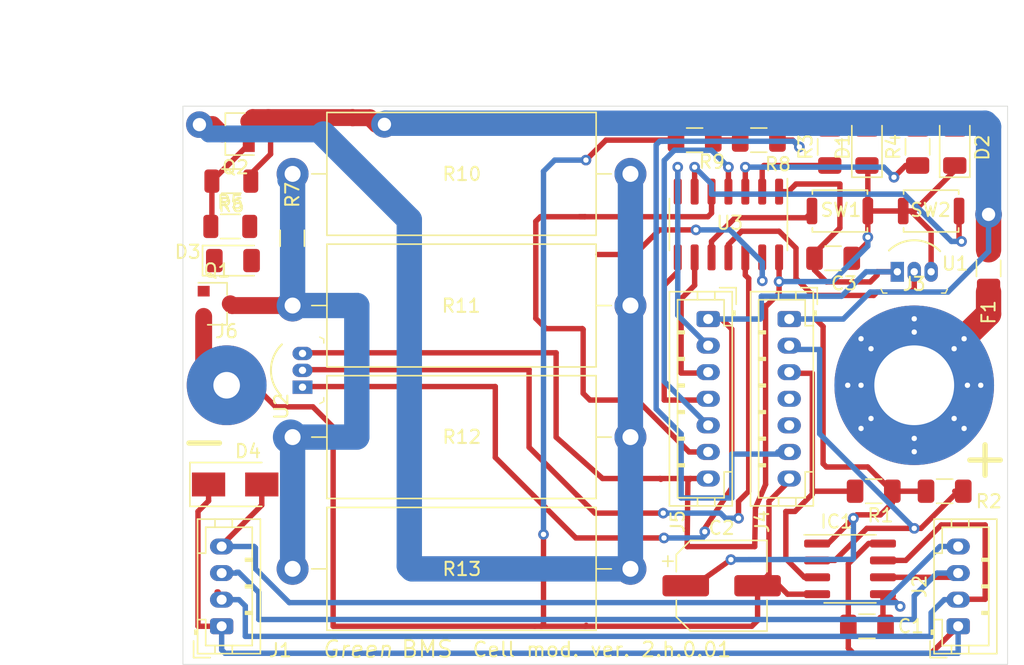
<source format=kicad_pcb>
(kicad_pcb (version 20171130) (host pcbnew "(5.1.9)-1")

  (general
    (thickness 1.6)
    (drawings 11)
    (tracks 378)
    (zones 0)
    (modules 35)
    (nets 34)
  )

  (page A4)
  (title_block
    (rev 0.01)
  )

  (layers
    (0 F.Cu signal)
    (31 B.Cu signal)
    (32 B.Adhes user)
    (33 F.Adhes user)
    (34 B.Paste user)
    (35 F.Paste user)
    (36 B.SilkS user)
    (37 F.SilkS user)
    (38 B.Mask user)
    (39 F.Mask user)
    (40 Dwgs.User user)
    (41 Cmts.User user)
    (42 Eco1.User user)
    (43 Eco2.User user)
    (44 Edge.Cuts user)
    (45 Margin user)
    (46 B.CrtYd user)
    (47 F.CrtYd user hide)
    (48 B.Fab user)
    (49 F.Fab user)
  )

  (setup
    (last_trace_width 1.27)
    (user_trace_width 0.4064)
    (user_trace_width 1.27)
    (user_trace_width 1.905)
    (user_trace_width 2.54)
    (trace_clearance 0.2)
    (zone_clearance 0.508)
    (zone_45_only no)
    (trace_min 0.2)
    (via_size 0.8)
    (via_drill 0.4)
    (via_min_size 0.4)
    (via_min_drill 0.3)
    (user_via 2 0.4)
    (user_via 2 1)
    (user_via 5 0.4)
    (user_via 11.999999 6.000001)
    (uvia_size 0.3)
    (uvia_drill 0.1)
    (uvias_allowed no)
    (uvia_min_size 0.2)
    (uvia_min_drill 0.1)
    (edge_width 0.05)
    (segment_width 0.2)
    (pcb_text_width 0.3)
    (pcb_text_size 1.5 1.5)
    (mod_edge_width 0.12)
    (mod_text_size 1 1)
    (mod_text_width 0.15)
    (pad_size 4 4)
    (pad_drill 1)
    (pad_to_mask_clearance 0.05)
    (aux_axis_origin 0 0)
    (visible_elements 7FFFFFFF)
    (pcbplotparams
      (layerselection 0x010fc_ffffffff)
      (usegerberextensions false)
      (usegerberattributes true)
      (usegerberadvancedattributes true)
      (creategerberjobfile true)
      (excludeedgelayer true)
      (linewidth 0.100000)
      (plotframeref false)
      (viasonmask false)
      (mode 1)
      (useauxorigin false)
      (hpglpennumber 1)
      (hpglpenspeed 20)
      (hpglpendiameter 15.000000)
      (psnegative false)
      (psa4output false)
      (plotreference true)
      (plotvalue true)
      (plotinvisibletext false)
      (padsonsilk false)
      (subtractmaskfromsilk false)
      (outputformat 1)
      (mirror false)
      (drillshape 0)
      (scaleselection 1)
      (outputdirectory "Gerber/"))
  )

  (net 0 "")
  (net 1 "Net-(C1-Pad1)")
  (net 2 "Net-(C1-Pad2)")
  (net 3 "Net-(C2-Pad1)")
  (net 4 -BATT)
  (net 5 gnd_tiny)
  (net 6 vcc_tiny)
  (net 7 "Net-(D1-Pad2)")
  (net 8 "Net-(D2-Pad2)")
  (net 9 "Net-(D3-Pad1)")
  (net 10 "Net-(D3-Pad2)")
  (net 11 sda_cel)
  (net 12 scl_cel)
  (net 13 "Net-(IC1-Pad6)")
  (net 14 "Net-(IC1-Pad7)")
  (net 15 msf_cel)
  (net 16 sda_tiny)
  (net 17 scl_tiny)
  (net 18 spr_tiny)
  (net 19 rst_tiny)
  (net 20 msf_tiny)
  (net 21 "Net-(Q1-Pad1)")
  (net 22 "Net-(R3-Pad1)")
  (net 23 "Net-(R4-Pad1)")
  (net 24 "Net-(SW1-Pad2)")
  (net 25 "Net-(SW2-Pad2)")
  (net 26 "Net-(U1-Pad2)")
  (net 27 "Net-(U2-Pad2)")
  (net 28 +BATT)
  (net 29 "Net-(J4-Pad5)")
  (net 30 "Net-(J4-Pad4)")
  (net 31 "Net-(Q2-Pad3)")
  (net 32 "Net-(Q2-Pad1)")
  (net 33 "Net-(R5-Pad2)")

  (net_class Default "This is the default net class."
    (clearance 0.2)
    (trace_width 0.25)
    (via_dia 0.8)
    (via_drill 0.4)
    (uvia_dia 0.3)
    (uvia_drill 0.1)
    (add_net +BATT)
    (add_net -BATT)
    (add_net "Net-(C1-Pad1)")
    (add_net "Net-(C1-Pad2)")
    (add_net "Net-(C2-Pad1)")
    (add_net "Net-(D1-Pad2)")
    (add_net "Net-(D2-Pad2)")
    (add_net "Net-(D3-Pad1)")
    (add_net "Net-(D3-Pad2)")
    (add_net "Net-(IC1-Pad6)")
    (add_net "Net-(IC1-Pad7)")
    (add_net "Net-(J4-Pad4)")
    (add_net "Net-(J4-Pad5)")
    (add_net "Net-(Q1-Pad1)")
    (add_net "Net-(Q2-Pad1)")
    (add_net "Net-(Q2-Pad3)")
    (add_net "Net-(R3-Pad1)")
    (add_net "Net-(R4-Pad1)")
    (add_net "Net-(R5-Pad2)")
    (add_net "Net-(SW1-Pad2)")
    (add_net "Net-(SW2-Pad2)")
    (add_net "Net-(U1-Pad2)")
    (add_net "Net-(U2-Pad2)")
    (add_net gnd_tiny)
    (add_net msf_cel)
    (add_net msf_tiny)
    (add_net rst_tiny)
    (add_net scl_cel)
    (add_net scl_tiny)
    (add_net sda_cel)
    (add_net sda_tiny)
    (add_net spr_tiny)
    (add_net vcc_tiny)
  )

  (module Resistor_SMD:R_1206_3216Metric (layer F.Cu) (tedit 5F68FEEE) (tstamp 603AE31D)
    (at 122.14 82.84 180)
    (descr "Resistor SMD 1206 (3216 Metric), square (rectangular) end terminal, IPC_7351 nominal, (Body size source: IPC-SM-782 page 72, https://www.pcb-3d.com/wordpress/wp-content/uploads/ipc-sm-782a_amendment_1_and_2.pdf), generated with kicad-footprint-generator")
    (tags resistor)
    (path /603E5B1D)
    (attr smd)
    (fp_text reference R6 (at 0 -1.82) (layer F.SilkS)
      (effects (font (size 1 1) (thickness 0.15)))
    )
    (fp_text value 10k (at 0 1.82) (layer F.Fab)
      (effects (font (size 1 1) (thickness 0.15)))
    )
    (fp_line (start -1.6 0.8) (end -1.6 -0.8) (layer F.Fab) (width 0.1))
    (fp_line (start -1.6 -0.8) (end 1.6 -0.8) (layer F.Fab) (width 0.1))
    (fp_line (start 1.6 -0.8) (end 1.6 0.8) (layer F.Fab) (width 0.1))
    (fp_line (start 1.6 0.8) (end -1.6 0.8) (layer F.Fab) (width 0.1))
    (fp_line (start -0.727064 -0.91) (end 0.727064 -0.91) (layer F.SilkS) (width 0.12))
    (fp_line (start -0.727064 0.91) (end 0.727064 0.91) (layer F.SilkS) (width 0.12))
    (fp_line (start -2.28 1.12) (end -2.28 -1.12) (layer F.CrtYd) (width 0.05))
    (fp_line (start -2.28 -1.12) (end 2.28 -1.12) (layer F.CrtYd) (width 0.05))
    (fp_line (start 2.28 -1.12) (end 2.28 1.12) (layer F.CrtYd) (width 0.05))
    (fp_line (start 2.28 1.12) (end -2.28 1.12) (layer F.CrtYd) (width 0.05))
    (fp_text user %R (at 0 0) (layer F.Fab)
      (effects (font (size 0.8 0.8) (thickness 0.12)))
    )
    (pad 2 smd roundrect (at 1.4625 0 180) (size 1.125 1.75) (layers F.Cu F.Paste F.Mask) (roundrect_rratio 0.222222)
      (net 32 "Net-(Q2-Pad1)"))
    (pad 1 smd roundrect (at -1.4625 0 180) (size 1.125 1.75) (layers F.Cu F.Paste F.Mask) (roundrect_rratio 0.222222)
      (net 3 "Net-(C2-Pad1)"))
    (model ${KISYS3DMOD}/Resistor_SMD.3dshapes/R_1206_3216Metric.wrl
      (at (xyz 0 0 0))
      (scale (xyz 1 1 1))
      (rotate (xyz 0 0 0))
    )
  )

  (module Resistor_SMD:R_1206_3216Metric (layer F.Cu) (tedit 5F68FEEE) (tstamp 603AE30C)
    (at 122.06 86.25)
    (descr "Resistor SMD 1206 (3216 Metric), square (rectangular) end terminal, IPC_7351 nominal, (Body size source: IPC-SM-782 page 72, https://www.pcb-3d.com/wordpress/wp-content/uploads/ipc-sm-782a_amendment_1_and_2.pdf), generated with kicad-footprint-generator")
    (tags resistor)
    (path /603EC89B)
    (attr smd)
    (fp_text reference R5 (at 0 -1.82) (layer F.SilkS)
      (effects (font (size 1 1) (thickness 0.15)))
    )
    (fp_text value 220 (at 0 1.82) (layer F.Fab)
      (effects (font (size 1 1) (thickness 0.15)))
    )
    (fp_line (start -1.6 0.8) (end -1.6 -0.8) (layer F.Fab) (width 0.1))
    (fp_line (start -1.6 -0.8) (end 1.6 -0.8) (layer F.Fab) (width 0.1))
    (fp_line (start 1.6 -0.8) (end 1.6 0.8) (layer F.Fab) (width 0.1))
    (fp_line (start 1.6 0.8) (end -1.6 0.8) (layer F.Fab) (width 0.1))
    (fp_line (start -0.727064 -0.91) (end 0.727064 -0.91) (layer F.SilkS) (width 0.12))
    (fp_line (start -0.727064 0.91) (end 0.727064 0.91) (layer F.SilkS) (width 0.12))
    (fp_line (start -2.28 1.12) (end -2.28 -1.12) (layer F.CrtYd) (width 0.05))
    (fp_line (start -2.28 -1.12) (end 2.28 -1.12) (layer F.CrtYd) (width 0.05))
    (fp_line (start 2.28 -1.12) (end 2.28 1.12) (layer F.CrtYd) (width 0.05))
    (fp_line (start 2.28 1.12) (end -2.28 1.12) (layer F.CrtYd) (width 0.05))
    (fp_text user %R (at 0 0) (layer F.Fab)
      (effects (font (size 0.8 0.8) (thickness 0.12)))
    )
    (pad 2 smd roundrect (at 1.4625 0) (size 1.125 1.75) (layers F.Cu F.Paste F.Mask) (roundrect_rratio 0.222222)
      (net 33 "Net-(R5-Pad2)"))
    (pad 1 smd roundrect (at -1.4625 0) (size 1.125 1.75) (layers F.Cu F.Paste F.Mask) (roundrect_rratio 0.222222)
      (net 32 "Net-(Q2-Pad1)"))
    (model ${KISYS3DMOD}/Resistor_SMD.3dshapes/R_1206_3216Metric.wrl
      (at (xyz 0 0 0))
      (scale (xyz 1 1 1))
      (rotate (xyz 0 0 0))
    )
  )

  (module Package_TO_SOT_SMD:SOT-23 (layer F.Cu) (tedit 5A02FF57) (tstamp 603AE27B)
    (at 122.45 79.3 180)
    (descr "SOT-23, Standard")
    (tags SOT-23)
    (path /603CDC61)
    (attr smd)
    (fp_text reference Q2 (at 0 -2.5) (layer F.SilkS)
      (effects (font (size 1 1) (thickness 0.15)))
    )
    (fp_text value AO3401A (at 0 2.5) (layer F.Fab)
      (effects (font (size 1 1) (thickness 0.15)))
    )
    (fp_line (start -0.7 -0.95) (end -0.7 1.5) (layer F.Fab) (width 0.1))
    (fp_line (start -0.15 -1.52) (end 0.7 -1.52) (layer F.Fab) (width 0.1))
    (fp_line (start -0.7 -0.95) (end -0.15 -1.52) (layer F.Fab) (width 0.1))
    (fp_line (start 0.7 -1.52) (end 0.7 1.52) (layer F.Fab) (width 0.1))
    (fp_line (start -0.7 1.52) (end 0.7 1.52) (layer F.Fab) (width 0.1))
    (fp_line (start 0.76 1.58) (end 0.76 0.65) (layer F.SilkS) (width 0.12))
    (fp_line (start 0.76 -1.58) (end 0.76 -0.65) (layer F.SilkS) (width 0.12))
    (fp_line (start -1.7 -1.75) (end 1.7 -1.75) (layer F.CrtYd) (width 0.05))
    (fp_line (start 1.7 -1.75) (end 1.7 1.75) (layer F.CrtYd) (width 0.05))
    (fp_line (start 1.7 1.75) (end -1.7 1.75) (layer F.CrtYd) (width 0.05))
    (fp_line (start -1.7 1.75) (end -1.7 -1.75) (layer F.CrtYd) (width 0.05))
    (fp_line (start 0.76 -1.58) (end -1.4 -1.58) (layer F.SilkS) (width 0.12))
    (fp_line (start 0.76 1.58) (end -0.7 1.58) (layer F.SilkS) (width 0.12))
    (fp_text user %R (at 0 0 90) (layer F.Fab)
      (effects (font (size 0.5 0.5) (thickness 0.075)))
    )
    (pad 3 smd rect (at 1 0 180) (size 0.9 0.8) (layers F.Cu F.Paste F.Mask)
      (net 31 "Net-(Q2-Pad3)"))
    (pad 2 smd rect (at -1 0.95 180) (size 0.9 0.8) (layers F.Cu F.Paste F.Mask)
      (net 3 "Net-(C2-Pad1)"))
    (pad 1 smd rect (at -1 -0.95 180) (size 0.9 0.8) (layers F.Cu F.Paste F.Mask)
      (net 32 "Net-(Q2-Pad1)"))
    (model ${KISYS3DMOD}/Package_TO_SOT_SMD.3dshapes/SOT-23.wrl
      (at (xyz 0 0 0))
      (scale (xyz 1 1 1))
      (rotate (xyz 0 0 0))
    )
  )

  (module Package_TO_SOT_SMD:SOT-23 (layer F.Cu) (tedit 5A02FF57) (tstamp 5FF4C4AD)
    (at 121.06 92.07)
    (descr "SOT-23, Standard")
    (tags SOT-23)
    (path /603BA86D)
    (attr smd)
    (fp_text reference Q1 (at 0 -2.5) (layer F.SilkS)
      (effects (font (size 1 1) (thickness 0.15)))
    )
    (fp_text value AO3400A (at 0 2.5) (layer F.Fab)
      (effects (font (size 1 1) (thickness 0.15)))
    )
    (fp_line (start -0.7 -0.95) (end -0.7 1.5) (layer F.Fab) (width 0.1))
    (fp_line (start -0.15 -1.52) (end 0.7 -1.52) (layer F.Fab) (width 0.1))
    (fp_line (start -0.7 -0.95) (end -0.15 -1.52) (layer F.Fab) (width 0.1))
    (fp_line (start 0.7 -1.52) (end 0.7 1.52) (layer F.Fab) (width 0.1))
    (fp_line (start -0.7 1.52) (end 0.7 1.52) (layer F.Fab) (width 0.1))
    (fp_line (start 0.76 1.58) (end 0.76 0.65) (layer F.SilkS) (width 0.12))
    (fp_line (start 0.76 -1.58) (end 0.76 -0.65) (layer F.SilkS) (width 0.12))
    (fp_line (start -1.7 -1.75) (end 1.7 -1.75) (layer F.CrtYd) (width 0.05))
    (fp_line (start 1.7 -1.75) (end 1.7 1.75) (layer F.CrtYd) (width 0.05))
    (fp_line (start 1.7 1.75) (end -1.7 1.75) (layer F.CrtYd) (width 0.05))
    (fp_line (start -1.7 1.75) (end -1.7 -1.75) (layer F.CrtYd) (width 0.05))
    (fp_line (start 0.76 -1.58) (end -1.4 -1.58) (layer F.SilkS) (width 0.12))
    (fp_line (start 0.76 1.58) (end -0.7 1.58) (layer F.SilkS) (width 0.12))
    (fp_text user %R (at 0 0 90) (layer F.Fab)
      (effects (font (size 0.5 0.5) (thickness 0.075)))
    )
    (pad 3 smd rect (at 1 0) (size 0.9 0.8) (layers F.Cu F.Paste F.Mask)
      (net 9 "Net-(D3-Pad1)"))
    (pad 2 smd rect (at -1 0.95) (size 0.9 0.8) (layers F.Cu F.Paste F.Mask)
      (net 4 -BATT))
    (pad 1 smd rect (at -1 -0.95) (size 0.9 0.8) (layers F.Cu F.Paste F.Mask)
      (net 21 "Net-(Q1-Pad1)"))
    (model ${KISYS3DMOD}/Package_TO_SOT_SMD.3dshapes/SOT-23.wrl
      (at (xyz 0 0 0))
      (scale (xyz 1 1 1))
      (rotate (xyz 0 0 0))
    )
  )

  (module Green_bms_library:SolderWire-battery_cell_pole_2 (layer F.Cu) (tedit 60326DB5) (tstamp 5FF6EFED)
    (at 173.482 98.2)
    (descr "Soldered wire connection, for a single 0.1 mm² wire, basic insulation, conductor diameter 0.4mm, outer diameter 1mm, size source Multi-Contact FLEXI-E 0.1 (https://ec.staubli.com/AcroFiles/Catalogues/TM_Cab-Main-11014119_(en)_hi.pdf), bend radius 3 times outer diameter, generated with kicad-footprint-generator")
    (tags "connector wire 0.1sqmm")
    (path /5FF798B4)
    (attr virtual)
    (fp_text reference J3 (at 0 -7.62) (layer F.SilkS)
      (effects (font (size 1 1) (thickness 0.15)))
    )
    (fp_text value Conn_01x01 (at 0 7.62) (layer F.Fab)
      (effects (font (size 1 1) (thickness 0.15)))
    )
    (fp_line (start 6.35 -6.35) (end -6.35 -6.35) (layer F.CrtYd) (width 0.05))
    (fp_line (start 6.35 6.35) (end 6.35 -6.35) (layer F.CrtYd) (width 0.05))
    (fp_line (start -6.35 6.35) (end 6.35 6.35) (layer F.CrtYd) (width 0.05))
    (fp_line (start -6.35 -6.35) (end -6.35 6.35) (layer F.CrtYd) (width 0.05))
    (pad "" thru_hole circle (at 3 -2.75) (size 0.8 0.8) (drill 0.4) (layers *.Cu *.Mask))
    (pad "" thru_hole circle (at -3.25 -2.75) (size 0.8 0.8) (drill 0.4) (layers *.Cu *.Mask))
    (pad "" thru_hole circle (at -3.25 2.5) (size 0.8 0.8) (drill 0.4) (layers *.Cu *.Mask))
    (pad "" thru_hole circle (at 3.75 -3.5) (size 0.8 0.8) (drill 0.4) (layers *.Cu *.Mask))
    (pad "" thru_hole circle (at -4 3.25) (size 0.8 0.8) (drill 0.4) (layers *.Cu *.Mask))
    (pad "" thru_hole circle (at -4 -3.5) (size 0.8 0.8) (drill 0.4) (layers *.Cu *.Mask))
    (pad "" thru_hole circle (at 3.75 3.25) (size 0.8 0.8) (drill 0.4) (layers *.Cu *.Mask))
    (pad "" thru_hole circle (at 3 2.5) (size 0.8 0.8) (drill 0.4) (layers *.Cu *.Mask))
    (pad "" thru_hole circle (at -4 0) (size 0.8 0.8) (drill 0.4) (layers *.Cu *.Mask))
    (pad "" thru_hole circle (at 0 -5) (size 0.8 0.8) (drill 0.4) (layers *.Cu *.Mask))
    (pad "" thru_hole circle (at 0 -4) (size 0.8 0.8) (drill 0.4) (layers *.Cu *.Mask))
    (pad "" thru_hole circle (at 0 5) (size 0.8 0.8) (drill 0.4) (layers *.Cu *.Mask))
    (pad "" thru_hole circle (at 0 4) (size 0.8 0.8) (drill 0.4) (layers *.Cu *.Mask))
    (pad "" thru_hole circle (at 5 0) (size 0.8 0.8) (drill 0.4) (layers *.Cu *.Mask))
    (pad "" thru_hole circle (at 4 0) (size 0.8 0.8) (drill 0.4) (layers *.Cu *.Mask))
    (pad "" thru_hole circle (at -5 0) (size 0.8 0.8) (drill 0.4) (layers *.Cu *.Mask))
    (pad 1 thru_hole circle (at 0 0) (size 12 12) (drill 6) (layers *.Cu *.Mask)
      (net 28 +BATT))
    (model ${KISYS3DMOD}/Connector_Wire.3dshapes/SolderWire-0.1sqmm_1x01_D0.4mm_OD1mm.wrl
      (at (xyz 0 0 0))
      (scale (xyz 1 1 1))
      (rotate (xyz 0 0 0))
    )
  )

  (module Green_bms_library:SolderWire-battery_cell_for_wire_2 (layer F.Cu) (tedit 5FF81DC4) (tstamp 5FF6F0FE)
    (at 121.78792 98.2)
    (descr "Soldered wire connection, for a single 0.1 mm² wire, basic insulation, conductor diameter 0.4mm, outer diameter 1mm, size source Multi-Contact FLEXI-E 0.1 (https://ec.staubli.com/AcroFiles/Catalogues/TM_Cab-Main-11014119_(en)_hi.pdf), bend radius 3 times outer diameter, generated with kicad-footprint-generator")
    (tags "connector wire 0.1sqmm")
    (path /6002E3C0)
    (attr virtual)
    (fp_text reference J6 (at 0 -4.064) (layer F.SilkS)
      (effects (font (size 1 1) (thickness 0.15)))
    )
    (fp_text value Conn_01x01 (at 0 4.064) (layer F.Fab)
      (effects (font (size 1 1) (thickness 0.15)))
    )
    (fp_line (start 3.048 -3.048) (end -3.048 -3.048) (layer F.CrtYd) (width 0.05))
    (fp_line (start 3.048 3.048) (end 3.048 -3.048) (layer F.CrtYd) (width 0.05))
    (fp_line (start -3.048 3.048) (end 3.048 3.048) (layer F.CrtYd) (width 0.05))
    (fp_line (start -3.048 -3.048) (end -3.048 3.048) (layer F.CrtYd) (width 0.05))
    (pad 1 thru_hole circle (at 0 0) (size 6 6) (drill 2) (layers *.Cu *.Mask)
      (net 4 -BATT))
    (model ${KISYS3DMOD}/Connector_Wire.3dshapes/SolderWire-0.1sqmm_1x01_D0.4mm_OD1mm.wrl
      (at (xyz 0 0 0))
      (scale (xyz 1 1 1))
      (rotate (xyz 0 0 0))
    )
  )

  (module Capacitor_SMD:CP_Elec_6.3x5.8 (layer F.Cu) (tedit 5BCA39D0) (tstamp 5FF48BBF)
    (at 159.004 113.284)
    (descr "SMD capacitor, aluminum electrolytic, Nichicon, 6.3x5.8mm")
    (tags "capacitor electrolytic")
    (path /5F024913)
    (attr smd)
    (fp_text reference C2 (at 0 -4.35) (layer F.SilkS)
      (effects (font (size 1 1) (thickness 0.15)))
    )
    (fp_text value 100/16v (at 0 4.35) (layer F.Fab)
      (effects (font (size 1 1) (thickness 0.15)))
    )
    (fp_circle (center 0 0) (end 3.15 0) (layer F.Fab) (width 0.1))
    (fp_line (start 3.3 -3.3) (end 3.3 3.3) (layer F.Fab) (width 0.1))
    (fp_line (start -2.3 -3.3) (end 3.3 -3.3) (layer F.Fab) (width 0.1))
    (fp_line (start -2.3 3.3) (end 3.3 3.3) (layer F.Fab) (width 0.1))
    (fp_line (start -3.3 -2.3) (end -3.3 2.3) (layer F.Fab) (width 0.1))
    (fp_line (start -3.3 -2.3) (end -2.3 -3.3) (layer F.Fab) (width 0.1))
    (fp_line (start -3.3 2.3) (end -2.3 3.3) (layer F.Fab) (width 0.1))
    (fp_line (start -2.704838 -1.33) (end -2.074838 -1.33) (layer F.Fab) (width 0.1))
    (fp_line (start -2.389838 -1.645) (end -2.389838 -1.015) (layer F.Fab) (width 0.1))
    (fp_line (start 3.41 3.41) (end 3.41 1.06) (layer F.SilkS) (width 0.12))
    (fp_line (start 3.41 -3.41) (end 3.41 -1.06) (layer F.SilkS) (width 0.12))
    (fp_line (start -2.345563 -3.41) (end 3.41 -3.41) (layer F.SilkS) (width 0.12))
    (fp_line (start -2.345563 3.41) (end 3.41 3.41) (layer F.SilkS) (width 0.12))
    (fp_line (start -3.41 2.345563) (end -3.41 1.06) (layer F.SilkS) (width 0.12))
    (fp_line (start -3.41 -2.345563) (end -3.41 -1.06) (layer F.SilkS) (width 0.12))
    (fp_line (start -3.41 -2.345563) (end -2.345563 -3.41) (layer F.SilkS) (width 0.12))
    (fp_line (start -3.41 2.345563) (end -2.345563 3.41) (layer F.SilkS) (width 0.12))
    (fp_line (start -4.4375 -1.8475) (end -3.65 -1.8475) (layer F.SilkS) (width 0.12))
    (fp_line (start -4.04375 -2.24125) (end -4.04375 -1.45375) (layer F.SilkS) (width 0.12))
    (fp_line (start 3.55 -3.55) (end 3.55 -1.05) (layer F.CrtYd) (width 0.05))
    (fp_line (start 3.55 -1.05) (end 4.7 -1.05) (layer F.CrtYd) (width 0.05))
    (fp_line (start 4.7 -1.05) (end 4.7 1.05) (layer F.CrtYd) (width 0.05))
    (fp_line (start 4.7 1.05) (end 3.55 1.05) (layer F.CrtYd) (width 0.05))
    (fp_line (start 3.55 1.05) (end 3.55 3.55) (layer F.CrtYd) (width 0.05))
    (fp_line (start -2.4 3.55) (end 3.55 3.55) (layer F.CrtYd) (width 0.05))
    (fp_line (start -2.4 -3.55) (end 3.55 -3.55) (layer F.CrtYd) (width 0.05))
    (fp_line (start -3.55 2.4) (end -2.4 3.55) (layer F.CrtYd) (width 0.05))
    (fp_line (start -3.55 -2.4) (end -2.4 -3.55) (layer F.CrtYd) (width 0.05))
    (fp_line (start -3.55 -2.4) (end -3.55 -1.05) (layer F.CrtYd) (width 0.05))
    (fp_line (start -3.55 1.05) (end -3.55 2.4) (layer F.CrtYd) (width 0.05))
    (fp_line (start -3.55 -1.05) (end -4.7 -1.05) (layer F.CrtYd) (width 0.05))
    (fp_line (start -4.7 -1.05) (end -4.7 1.05) (layer F.CrtYd) (width 0.05))
    (fp_line (start -4.7 1.05) (end -3.55 1.05) (layer F.CrtYd) (width 0.05))
    (fp_text user %R (at 0 0) (layer F.Fab)
      (effects (font (size 1 1) (thickness 0.15)))
    )
    (pad 1 smd roundrect (at -2.7 0) (size 3.5 1.6) (layers F.Cu F.Paste F.Mask) (roundrect_rratio 0.15625)
      (net 3 "Net-(C2-Pad1)"))
    (pad 2 smd roundrect (at 2.7 0) (size 3.5 1.6) (layers F.Cu F.Paste F.Mask) (roundrect_rratio 0.15625)
      (net 4 -BATT))
    (model ${KISYS3DMOD}/Capacitor_SMD.3dshapes/CP_Elec_6.3x5.8.wrl
      (at (xyz 0 0 0))
      (scale (xyz 1 1 1))
      (rotate (xyz 0 0 0))
    )
  )

  (module Connector_JST:JST_PH_B7B-PH-K_1x07_P2.00mm_Vertical (layer F.Cu) (tedit 5B7745C2) (tstamp 5FF48D34)
    (at 157.988 93.218 270)
    (descr "JST PH series connector, B7B-PH-K (http://www.jst-mfg.com/product/pdf/eng/ePH.pdf), generated with kicad-footprint-generator")
    (tags "connector JST PH side entry")
    (path /6006DCA4)
    (fp_text reference J5 (at 15.24 2.286 90) (layer F.SilkS)
      (effects (font (size 1 1) (thickness 0.15)))
    )
    (fp_text value Conn_01x07 (at 6 4 90) (layer F.Fab)
      (effects (font (size 1 1) (thickness 0.15)))
    )
    (fp_line (start -2.06 -1.81) (end -2.06 2.91) (layer F.SilkS) (width 0.12))
    (fp_line (start -2.06 2.91) (end 14.06 2.91) (layer F.SilkS) (width 0.12))
    (fp_line (start 14.06 2.91) (end 14.06 -1.81) (layer F.SilkS) (width 0.12))
    (fp_line (start 14.06 -1.81) (end -2.06 -1.81) (layer F.SilkS) (width 0.12))
    (fp_line (start -0.3 -1.81) (end -0.3 -2.01) (layer F.SilkS) (width 0.12))
    (fp_line (start -0.3 -2.01) (end -0.6 -2.01) (layer F.SilkS) (width 0.12))
    (fp_line (start -0.6 -2.01) (end -0.6 -1.81) (layer F.SilkS) (width 0.12))
    (fp_line (start -0.3 -1.91) (end -0.6 -1.91) (layer F.SilkS) (width 0.12))
    (fp_line (start 0.5 -1.81) (end 0.5 -1.2) (layer F.SilkS) (width 0.12))
    (fp_line (start 0.5 -1.2) (end -1.45 -1.2) (layer F.SilkS) (width 0.12))
    (fp_line (start -1.45 -1.2) (end -1.45 2.3) (layer F.SilkS) (width 0.12))
    (fp_line (start -1.45 2.3) (end 13.45 2.3) (layer F.SilkS) (width 0.12))
    (fp_line (start 13.45 2.3) (end 13.45 -1.2) (layer F.SilkS) (width 0.12))
    (fp_line (start 13.45 -1.2) (end 11.5 -1.2) (layer F.SilkS) (width 0.12))
    (fp_line (start 11.5 -1.2) (end 11.5 -1.81) (layer F.SilkS) (width 0.12))
    (fp_line (start -2.06 -0.5) (end -1.45 -0.5) (layer F.SilkS) (width 0.12))
    (fp_line (start -2.06 0.8) (end -1.45 0.8) (layer F.SilkS) (width 0.12))
    (fp_line (start 14.06 -0.5) (end 13.45 -0.5) (layer F.SilkS) (width 0.12))
    (fp_line (start 14.06 0.8) (end 13.45 0.8) (layer F.SilkS) (width 0.12))
    (fp_line (start 0.9 2.3) (end 0.9 1.8) (layer F.SilkS) (width 0.12))
    (fp_line (start 0.9 1.8) (end 1.1 1.8) (layer F.SilkS) (width 0.12))
    (fp_line (start 1.1 1.8) (end 1.1 2.3) (layer F.SilkS) (width 0.12))
    (fp_line (start 1 2.3) (end 1 1.8) (layer F.SilkS) (width 0.12))
    (fp_line (start 2.9 2.3) (end 2.9 1.8) (layer F.SilkS) (width 0.12))
    (fp_line (start 2.9 1.8) (end 3.1 1.8) (layer F.SilkS) (width 0.12))
    (fp_line (start 3.1 1.8) (end 3.1 2.3) (layer F.SilkS) (width 0.12))
    (fp_line (start 3 2.3) (end 3 1.8) (layer F.SilkS) (width 0.12))
    (fp_line (start 4.9 2.3) (end 4.9 1.8) (layer F.SilkS) (width 0.12))
    (fp_line (start 4.9 1.8) (end 5.1 1.8) (layer F.SilkS) (width 0.12))
    (fp_line (start 5.1 1.8) (end 5.1 2.3) (layer F.SilkS) (width 0.12))
    (fp_line (start 5 2.3) (end 5 1.8) (layer F.SilkS) (width 0.12))
    (fp_line (start 6.9 2.3) (end 6.9 1.8) (layer F.SilkS) (width 0.12))
    (fp_line (start 6.9 1.8) (end 7.1 1.8) (layer F.SilkS) (width 0.12))
    (fp_line (start 7.1 1.8) (end 7.1 2.3) (layer F.SilkS) (width 0.12))
    (fp_line (start 7 2.3) (end 7 1.8) (layer F.SilkS) (width 0.12))
    (fp_line (start 8.9 2.3) (end 8.9 1.8) (layer F.SilkS) (width 0.12))
    (fp_line (start 8.9 1.8) (end 9.1 1.8) (layer F.SilkS) (width 0.12))
    (fp_line (start 9.1 1.8) (end 9.1 2.3) (layer F.SilkS) (width 0.12))
    (fp_line (start 9 2.3) (end 9 1.8) (layer F.SilkS) (width 0.12))
    (fp_line (start 10.9 2.3) (end 10.9 1.8) (layer F.SilkS) (width 0.12))
    (fp_line (start 10.9 1.8) (end 11.1 1.8) (layer F.SilkS) (width 0.12))
    (fp_line (start 11.1 1.8) (end 11.1 2.3) (layer F.SilkS) (width 0.12))
    (fp_line (start 11 2.3) (end 11 1.8) (layer F.SilkS) (width 0.12))
    (fp_line (start -1.11 -2.11) (end -2.36 -2.11) (layer F.SilkS) (width 0.12))
    (fp_line (start -2.36 -2.11) (end -2.36 -0.86) (layer F.SilkS) (width 0.12))
    (fp_line (start -1.11 -2.11) (end -2.36 -2.11) (layer F.Fab) (width 0.1))
    (fp_line (start -2.36 -2.11) (end -2.36 -0.86) (layer F.Fab) (width 0.1))
    (fp_line (start -1.95 -1.7) (end -1.95 2.8) (layer F.Fab) (width 0.1))
    (fp_line (start -1.95 2.8) (end 13.95 2.8) (layer F.Fab) (width 0.1))
    (fp_line (start 13.95 2.8) (end 13.95 -1.7) (layer F.Fab) (width 0.1))
    (fp_line (start 13.95 -1.7) (end -1.95 -1.7) (layer F.Fab) (width 0.1))
    (fp_line (start -2.45 -2.2) (end -2.45 3.3) (layer F.CrtYd) (width 0.05))
    (fp_line (start -2.45 3.3) (end 14.45 3.3) (layer F.CrtYd) (width 0.05))
    (fp_line (start 14.45 3.3) (end 14.45 -2.2) (layer F.CrtYd) (width 0.05))
    (fp_line (start 14.45 -2.2) (end -2.45 -2.2) (layer F.CrtYd) (width 0.05))
    (fp_text user %R (at 6 1.5 90) (layer F.Fab)
      (effects (font (size 1 1) (thickness 0.15)))
    )
    (pad 1 thru_hole roundrect (at 0 0 270) (size 1.2 1.75) (drill 0.75) (layers *.Cu *.Mask) (roundrect_rratio 0.208333)
      (net 6 vcc_tiny))
    (pad 2 thru_hole oval (at 2 0 270) (size 1.2 1.75) (drill 0.75) (layers *.Cu *.Mask)
      (net 16 sda_tiny))
    (pad 3 thru_hole oval (at 4 0 270) (size 1.2 1.75) (drill 0.75) (layers *.Cu *.Mask)
      (net 17 scl_tiny))
    (pad 4 thru_hole oval (at 6 0 270) (size 1.2 1.75) (drill 0.75) (layers *.Cu *.Mask)
      (net 18 spr_tiny))
    (pad 5 thru_hole oval (at 8 0 270) (size 1.2 1.75) (drill 0.75) (layers *.Cu *.Mask)
      (net 19 rst_tiny))
    (pad 6 thru_hole oval (at 10 0 270) (size 1.2 1.75) (drill 0.75) (layers *.Cu *.Mask)
      (net 20 msf_tiny))
    (pad 7 thru_hole oval (at 12 0 270) (size 1.2 1.75) (drill 0.75) (layers *.Cu *.Mask)
      (net 5 gnd_tiny))
    (model ${KISYS3DMOD}/Connector_JST.3dshapes/JST_PH_B7B-PH-K_1x07_P2.00mm_Vertical.wrl
      (at (xyz 0 0 0))
      (scale (xyz 1 1 1))
      (rotate (xyz 0 0 0))
    )
  )

  (module Connector_JST:JST_PH_B4B-PH-K_1x04_P2.00mm_Vertical (layer F.Cu) (tedit 5B7745C2) (tstamp 5FF48CAE)
    (at 176.784 116.332 90)
    (descr "JST PH series connector, B4B-PH-K (http://www.jst-mfg.com/product/pdf/eng/ePH.pdf), generated with kicad-footprint-generator")
    (tags "connector JST PH side entry")
    (path /5F0D5262)
    (fp_text reference J2 (at 3 -2.9 90) (layer F.SilkS)
      (effects (font (size 1 1) (thickness 0.15)))
    )
    (fp_text value Conn_01x04 (at 3 4 90) (layer F.Fab)
      (effects (font (size 1 1) (thickness 0.15)))
    )
    (fp_line (start 8.45 -2.2) (end -2.45 -2.2) (layer F.CrtYd) (width 0.05))
    (fp_line (start 8.45 3.3) (end 8.45 -2.2) (layer F.CrtYd) (width 0.05))
    (fp_line (start -2.45 3.3) (end 8.45 3.3) (layer F.CrtYd) (width 0.05))
    (fp_line (start -2.45 -2.2) (end -2.45 3.3) (layer F.CrtYd) (width 0.05))
    (fp_line (start 7.95 -1.7) (end -1.95 -1.7) (layer F.Fab) (width 0.1))
    (fp_line (start 7.95 2.8) (end 7.95 -1.7) (layer F.Fab) (width 0.1))
    (fp_line (start -1.95 2.8) (end 7.95 2.8) (layer F.Fab) (width 0.1))
    (fp_line (start -1.95 -1.7) (end -1.95 2.8) (layer F.Fab) (width 0.1))
    (fp_line (start -2.36 -2.11) (end -2.36 -0.86) (layer F.Fab) (width 0.1))
    (fp_line (start -1.11 -2.11) (end -2.36 -2.11) (layer F.Fab) (width 0.1))
    (fp_line (start -2.36 -2.11) (end -2.36 -0.86) (layer F.SilkS) (width 0.12))
    (fp_line (start -1.11 -2.11) (end -2.36 -2.11) (layer F.SilkS) (width 0.12))
    (fp_line (start 5 2.3) (end 5 1.8) (layer F.SilkS) (width 0.12))
    (fp_line (start 5.1 1.8) (end 5.1 2.3) (layer F.SilkS) (width 0.12))
    (fp_line (start 4.9 1.8) (end 5.1 1.8) (layer F.SilkS) (width 0.12))
    (fp_line (start 4.9 2.3) (end 4.9 1.8) (layer F.SilkS) (width 0.12))
    (fp_line (start 3 2.3) (end 3 1.8) (layer F.SilkS) (width 0.12))
    (fp_line (start 3.1 1.8) (end 3.1 2.3) (layer F.SilkS) (width 0.12))
    (fp_line (start 2.9 1.8) (end 3.1 1.8) (layer F.SilkS) (width 0.12))
    (fp_line (start 2.9 2.3) (end 2.9 1.8) (layer F.SilkS) (width 0.12))
    (fp_line (start 1 2.3) (end 1 1.8) (layer F.SilkS) (width 0.12))
    (fp_line (start 1.1 1.8) (end 1.1 2.3) (layer F.SilkS) (width 0.12))
    (fp_line (start 0.9 1.8) (end 1.1 1.8) (layer F.SilkS) (width 0.12))
    (fp_line (start 0.9 2.3) (end 0.9 1.8) (layer F.SilkS) (width 0.12))
    (fp_line (start 8.06 0.8) (end 7.45 0.8) (layer F.SilkS) (width 0.12))
    (fp_line (start 8.06 -0.5) (end 7.45 -0.5) (layer F.SilkS) (width 0.12))
    (fp_line (start -2.06 0.8) (end -1.45 0.8) (layer F.SilkS) (width 0.12))
    (fp_line (start -2.06 -0.5) (end -1.45 -0.5) (layer F.SilkS) (width 0.12))
    (fp_line (start 5.5 -1.2) (end 5.5 -1.81) (layer F.SilkS) (width 0.12))
    (fp_line (start 7.45 -1.2) (end 5.5 -1.2) (layer F.SilkS) (width 0.12))
    (fp_line (start 7.45 2.3) (end 7.45 -1.2) (layer F.SilkS) (width 0.12))
    (fp_line (start -1.45 2.3) (end 7.45 2.3) (layer F.SilkS) (width 0.12))
    (fp_line (start -1.45 -1.2) (end -1.45 2.3) (layer F.SilkS) (width 0.12))
    (fp_line (start 0.5 -1.2) (end -1.45 -1.2) (layer F.SilkS) (width 0.12))
    (fp_line (start 0.5 -1.81) (end 0.5 -1.2) (layer F.SilkS) (width 0.12))
    (fp_line (start -0.3 -1.91) (end -0.6 -1.91) (layer F.SilkS) (width 0.12))
    (fp_line (start -0.6 -2.01) (end -0.6 -1.81) (layer F.SilkS) (width 0.12))
    (fp_line (start -0.3 -2.01) (end -0.6 -2.01) (layer F.SilkS) (width 0.12))
    (fp_line (start -0.3 -1.81) (end -0.3 -2.01) (layer F.SilkS) (width 0.12))
    (fp_line (start 8.06 -1.81) (end -2.06 -1.81) (layer F.SilkS) (width 0.12))
    (fp_line (start 8.06 2.91) (end 8.06 -1.81) (layer F.SilkS) (width 0.12))
    (fp_line (start -2.06 2.91) (end 8.06 2.91) (layer F.SilkS) (width 0.12))
    (fp_line (start -2.06 -1.81) (end -2.06 2.91) (layer F.SilkS) (width 0.12))
    (fp_text user %R (at 3 1.5 90) (layer F.Fab)
      (effects (font (size 1 1) (thickness 0.15)))
    )
    (pad 4 thru_hole oval (at 6 0 90) (size 1.2 1.75) (drill 0.75) (layers *.Cu *.Mask)
      (net 2 "Net-(C1-Pad2)"))
    (pad 3 thru_hole oval (at 4 0 90) (size 1.2 1.75) (drill 0.75) (layers *.Cu *.Mask)
      (net 13 "Net-(IC1-Pad6)"))
    (pad 2 thru_hole oval (at 2 0 90) (size 1.2 1.75) (drill 0.75) (layers *.Cu *.Mask)
      (net 14 "Net-(IC1-Pad7)"))
    (pad 1 thru_hole roundrect (at 0 0 90) (size 1.2 1.75) (drill 0.75) (layers *.Cu *.Mask) (roundrect_rratio 0.208333)
      (net 1 "Net-(C1-Pad1)"))
    (model ${KISYS3DMOD}/Connector_JST.3dshapes/JST_PH_B4B-PH-K_1x04_P2.00mm_Vertical.wrl
      (at (xyz 0 0 0))
      (scale (xyz 1 1 1))
      (rotate (xyz 0 0 0))
    )
  )

  (module Connector_JST:JST_PH_B4B-PH-K_1x04_P2.00mm_Vertical (layer F.Cu) (tedit 5B7745C2) (tstamp 5FF816EF)
    (at 121.412 116.332 90)
    (descr "JST PH series connector, B4B-PH-K (http://www.jst-mfg.com/product/pdf/eng/ePH.pdf), generated with kicad-footprint-generator")
    (tags "connector JST PH side entry")
    (path /5F0AF784)
    (fp_text reference J1 (at -1.80594 4.41452 180) (layer F.SilkS)
      (effects (font (size 1 1) (thickness 0.15)))
    )
    (fp_text value Conn_01x04 (at 3 4 90) (layer F.Fab)
      (effects (font (size 1 1) (thickness 0.15)))
    )
    (fp_line (start 8.45 -2.2) (end -2.45 -2.2) (layer F.CrtYd) (width 0.05))
    (fp_line (start 8.45 3.3) (end 8.45 -2.2) (layer F.CrtYd) (width 0.05))
    (fp_line (start -2.45 3.3) (end 8.45 3.3) (layer F.CrtYd) (width 0.05))
    (fp_line (start -2.45 -2.2) (end -2.45 3.3) (layer F.CrtYd) (width 0.05))
    (fp_line (start 7.95 -1.7) (end -1.95 -1.7) (layer F.Fab) (width 0.1))
    (fp_line (start 7.95 2.8) (end 7.95 -1.7) (layer F.Fab) (width 0.1))
    (fp_line (start -1.95 2.8) (end 7.95 2.8) (layer F.Fab) (width 0.1))
    (fp_line (start -1.95 -1.7) (end -1.95 2.8) (layer F.Fab) (width 0.1))
    (fp_line (start -2.36 -2.11) (end -2.36 -0.86) (layer F.Fab) (width 0.1))
    (fp_line (start -1.11 -2.11) (end -2.36 -2.11) (layer F.Fab) (width 0.1))
    (fp_line (start -2.36 -2.11) (end -2.36 -0.86) (layer F.SilkS) (width 0.12))
    (fp_line (start -1.11 -2.11) (end -2.36 -2.11) (layer F.SilkS) (width 0.12))
    (fp_line (start 5 2.3) (end 5 1.8) (layer F.SilkS) (width 0.12))
    (fp_line (start 5.1 1.8) (end 5.1 2.3) (layer F.SilkS) (width 0.12))
    (fp_line (start 4.9 1.8) (end 5.1 1.8) (layer F.SilkS) (width 0.12))
    (fp_line (start 4.9 2.3) (end 4.9 1.8) (layer F.SilkS) (width 0.12))
    (fp_line (start 3 2.3) (end 3 1.8) (layer F.SilkS) (width 0.12))
    (fp_line (start 3.1 1.8) (end 3.1 2.3) (layer F.SilkS) (width 0.12))
    (fp_line (start 2.9 1.8) (end 3.1 1.8) (layer F.SilkS) (width 0.12))
    (fp_line (start 2.9 2.3) (end 2.9 1.8) (layer F.SilkS) (width 0.12))
    (fp_line (start 1 2.3) (end 1 1.8) (layer F.SilkS) (width 0.12))
    (fp_line (start 1.1 1.8) (end 1.1 2.3) (layer F.SilkS) (width 0.12))
    (fp_line (start 0.9 1.8) (end 1.1 1.8) (layer F.SilkS) (width 0.12))
    (fp_line (start 0.9 2.3) (end 0.9 1.8) (layer F.SilkS) (width 0.12))
    (fp_line (start 8.06 0.8) (end 7.45 0.8) (layer F.SilkS) (width 0.12))
    (fp_line (start 8.06 -0.5) (end 7.45 -0.5) (layer F.SilkS) (width 0.12))
    (fp_line (start -2.06 0.8) (end -1.45 0.8) (layer F.SilkS) (width 0.12))
    (fp_line (start -2.06 -0.5) (end -1.45 -0.5) (layer F.SilkS) (width 0.12))
    (fp_line (start 5.5 -1.2) (end 5.5 -1.81) (layer F.SilkS) (width 0.12))
    (fp_line (start 7.45 -1.2) (end 5.5 -1.2) (layer F.SilkS) (width 0.12))
    (fp_line (start 7.45 2.3) (end 7.45 -1.2) (layer F.SilkS) (width 0.12))
    (fp_line (start -1.45 2.3) (end 7.45 2.3) (layer F.SilkS) (width 0.12))
    (fp_line (start -1.45 -1.2) (end -1.45 2.3) (layer F.SilkS) (width 0.12))
    (fp_line (start 0.5 -1.2) (end -1.45 -1.2) (layer F.SilkS) (width 0.12))
    (fp_line (start 0.5 -1.81) (end 0.5 -1.2) (layer F.SilkS) (width 0.12))
    (fp_line (start -0.3 -1.91) (end -0.6 -1.91) (layer F.SilkS) (width 0.12))
    (fp_line (start -0.6 -2.01) (end -0.6 -1.81) (layer F.SilkS) (width 0.12))
    (fp_line (start -0.3 -2.01) (end -0.6 -2.01) (layer F.SilkS) (width 0.12))
    (fp_line (start -0.3 -1.81) (end -0.3 -2.01) (layer F.SilkS) (width 0.12))
    (fp_line (start 8.06 -1.81) (end -2.06 -1.81) (layer F.SilkS) (width 0.12))
    (fp_line (start 8.06 2.91) (end 8.06 -1.81) (layer F.SilkS) (width 0.12))
    (fp_line (start -2.06 2.91) (end 8.06 2.91) (layer F.SilkS) (width 0.12))
    (fp_line (start -2.06 -1.81) (end -2.06 2.91) (layer F.SilkS) (width 0.12))
    (fp_text user %R (at 3 1.5 90) (layer F.Fab)
      (effects (font (size 1 1) (thickness 0.15)))
    )
    (pad 4 thru_hole oval (at 6 0 90) (size 1.2 1.75) (drill 0.75) (layers *.Cu *.Mask)
      (net 2 "Net-(C1-Pad2)"))
    (pad 3 thru_hole oval (at 4 0 90) (size 1.2 1.75) (drill 0.75) (layers *.Cu *.Mask)
      (net 13 "Net-(IC1-Pad6)"))
    (pad 2 thru_hole oval (at 2 0 90) (size 1.2 1.75) (drill 0.75) (layers *.Cu *.Mask)
      (net 14 "Net-(IC1-Pad7)"))
    (pad 1 thru_hole roundrect (at 0 0 90) (size 1.2 1.75) (drill 0.75) (layers *.Cu *.Mask) (roundrect_rratio 0.208333)
      (net 1 "Net-(C1-Pad1)"))
    (model ${KISYS3DMOD}/Connector_JST.3dshapes/JST_PH_B4B-PH-K_1x04_P2.00mm_Vertical.wrl
      (at (xyz 0 0 0))
      (scale (xyz 1 1 1))
      (rotate (xyz 0 0 0))
    )
  )

  (module Capacitor_SMD:C_1206_3216Metric (layer F.Cu) (tedit 5B301BBE) (tstamp 5FF70C23)
    (at 169.926 116.332)
    (descr "Capacitor SMD 1206 (3216 Metric), square (rectangular) end terminal, IPC_7351 nominal, (Body size source: http://www.tortai-tech.com/upload/download/2011102023233369053.pdf), generated with kicad-footprint-generator")
    (tags capacitor)
    (path /5F0A8F0A)
    (attr smd)
    (fp_text reference C1 (at 3.302 0) (layer F.SilkS)
      (effects (font (size 1 1) (thickness 0.15)))
    )
    (fp_text value 100n (at 0 1.82) (layer F.Fab)
      (effects (font (size 1 1) (thickness 0.15)))
    )
    (fp_line (start -1.6 0.8) (end -1.6 -0.8) (layer F.Fab) (width 0.1))
    (fp_line (start -1.6 -0.8) (end 1.6 -0.8) (layer F.Fab) (width 0.1))
    (fp_line (start 1.6 -0.8) (end 1.6 0.8) (layer F.Fab) (width 0.1))
    (fp_line (start 1.6 0.8) (end -1.6 0.8) (layer F.Fab) (width 0.1))
    (fp_line (start -0.602064 -0.91) (end 0.602064 -0.91) (layer F.SilkS) (width 0.12))
    (fp_line (start -0.602064 0.91) (end 0.602064 0.91) (layer F.SilkS) (width 0.12))
    (fp_line (start -2.28 1.12) (end -2.28 -1.12) (layer F.CrtYd) (width 0.05))
    (fp_line (start -2.28 -1.12) (end 2.28 -1.12) (layer F.CrtYd) (width 0.05))
    (fp_line (start 2.28 -1.12) (end 2.28 1.12) (layer F.CrtYd) (width 0.05))
    (fp_line (start 2.28 1.12) (end -2.28 1.12) (layer F.CrtYd) (width 0.05))
    (fp_text user %R (at 0 0) (layer F.Fab)
      (effects (font (size 0.8 0.8) (thickness 0.12)))
    )
    (pad 1 smd roundrect (at -1.4 0) (size 1.25 1.75) (layers F.Cu F.Paste F.Mask) (roundrect_rratio 0.2)
      (net 1 "Net-(C1-Pad1)"))
    (pad 2 smd roundrect (at 1.4 0) (size 1.25 1.75) (layers F.Cu F.Paste F.Mask) (roundrect_rratio 0.2)
      (net 2 "Net-(C1-Pad2)"))
    (model ${KISYS3DMOD}/Capacitor_SMD.3dshapes/C_1206_3216Metric.wrl
      (at (xyz 0 0 0))
      (scale (xyz 1 1 1))
      (rotate (xyz 0 0 0))
    )
  )

  (module Capacitor_SMD:C_1206_3216Metric (layer F.Cu) (tedit 5B301BBE) (tstamp 5FF71106)
    (at 167.386 88.646)
    (descr "Capacitor SMD 1206 (3216 Metric), square (rectangular) end terminal, IPC_7351 nominal, (Body size source: http://www.tortai-tech.com/upload/download/2011102023233369053.pdf), generated with kicad-footprint-generator")
    (tags capacitor)
    (path /5F00D9E1)
    (attr smd)
    (fp_text reference C3 (at 0.81788 1.88722) (layer F.SilkS)
      (effects (font (size 1 1) (thickness 0.15)))
    )
    (fp_text value 100n (at 0 1.82) (layer F.Fab)
      (effects (font (size 1 1) (thickness 0.15)))
    )
    (fp_line (start 2.28 1.12) (end -2.28 1.12) (layer F.CrtYd) (width 0.05))
    (fp_line (start 2.28 -1.12) (end 2.28 1.12) (layer F.CrtYd) (width 0.05))
    (fp_line (start -2.28 -1.12) (end 2.28 -1.12) (layer F.CrtYd) (width 0.05))
    (fp_line (start -2.28 1.12) (end -2.28 -1.12) (layer F.CrtYd) (width 0.05))
    (fp_line (start -0.602064 0.91) (end 0.602064 0.91) (layer F.SilkS) (width 0.12))
    (fp_line (start -0.602064 -0.91) (end 0.602064 -0.91) (layer F.SilkS) (width 0.12))
    (fp_line (start 1.6 0.8) (end -1.6 0.8) (layer F.Fab) (width 0.1))
    (fp_line (start 1.6 -0.8) (end 1.6 0.8) (layer F.Fab) (width 0.1))
    (fp_line (start -1.6 -0.8) (end 1.6 -0.8) (layer F.Fab) (width 0.1))
    (fp_line (start -1.6 0.8) (end -1.6 -0.8) (layer F.Fab) (width 0.1))
    (fp_text user %R (at 0 0) (layer F.Fab)
      (effects (font (size 0.8 0.8) (thickness 0.12)))
    )
    (pad 2 smd roundrect (at 1.4 0) (size 1.25 1.75) (layers F.Cu F.Paste F.Mask) (roundrect_rratio 0.2)
      (net 5 gnd_tiny))
    (pad 1 smd roundrect (at -1.4 0) (size 1.25 1.75) (layers F.Cu F.Paste F.Mask) (roundrect_rratio 0.2)
      (net 6 vcc_tiny))
    (model ${KISYS3DMOD}/Capacitor_SMD.3dshapes/C_1206_3216Metric.wrl
      (at (xyz 0 0 0))
      (scale (xyz 1 1 1))
      (rotate (xyz 0 0 0))
    )
  )

  (module LED_SMD:LED_1206_3216Metric (layer F.Cu) (tedit 5B301BBE) (tstamp 5FF48BE3)
    (at 169.926 80.264 90)
    (descr "LED SMD 1206 (3216 Metric), square (rectangular) end terminal, IPC_7351 nominal, (Body size source: http://www.tortai-tech.com/upload/download/2011102023233369053.pdf), generated with kicad-footprint-generator")
    (tags diode)
    (path /5F048FA0)
    (attr smd)
    (fp_text reference D1 (at 0 -1.82 90) (layer F.SilkS)
      (effects (font (size 1 1) (thickness 0.15)))
    )
    (fp_text value LED (at 0 1.82 90) (layer F.Fab)
      (effects (font (size 1 1) (thickness 0.15)))
    )
    (fp_line (start 1.6 -0.8) (end -1.2 -0.8) (layer F.Fab) (width 0.1))
    (fp_line (start -1.2 -0.8) (end -1.6 -0.4) (layer F.Fab) (width 0.1))
    (fp_line (start -1.6 -0.4) (end -1.6 0.8) (layer F.Fab) (width 0.1))
    (fp_line (start -1.6 0.8) (end 1.6 0.8) (layer F.Fab) (width 0.1))
    (fp_line (start 1.6 0.8) (end 1.6 -0.8) (layer F.Fab) (width 0.1))
    (fp_line (start 1.6 -1.135) (end -2.285 -1.135) (layer F.SilkS) (width 0.12))
    (fp_line (start -2.285 -1.135) (end -2.285 1.135) (layer F.SilkS) (width 0.12))
    (fp_line (start -2.285 1.135) (end 1.6 1.135) (layer F.SilkS) (width 0.12))
    (fp_line (start -2.28 1.12) (end -2.28 -1.12) (layer F.CrtYd) (width 0.05))
    (fp_line (start -2.28 -1.12) (end 2.28 -1.12) (layer F.CrtYd) (width 0.05))
    (fp_line (start 2.28 -1.12) (end 2.28 1.12) (layer F.CrtYd) (width 0.05))
    (fp_line (start 2.28 1.12) (end -2.28 1.12) (layer F.CrtYd) (width 0.05))
    (fp_text user %R (at 0 0 90) (layer F.Fab)
      (effects (font (size 0.8 0.8) (thickness 0.12)))
    )
    (pad 1 smd roundrect (at -1.4 0 90) (size 1.25 1.75) (layers F.Cu F.Paste F.Mask) (roundrect_rratio 0.2)
      (net 5 gnd_tiny))
    (pad 2 smd roundrect (at 1.4 0 90) (size 1.25 1.75) (layers F.Cu F.Paste F.Mask) (roundrect_rratio 0.2)
      (net 7 "Net-(D1-Pad2)"))
    (model ${KISYS3DMOD}/LED_SMD.3dshapes/LED_1206_3216Metric.wrl
      (at (xyz 0 0 0))
      (scale (xyz 1 1 1))
      (rotate (xyz 0 0 0))
    )
  )

  (module LED_SMD:LED_1206_3216Metric (layer F.Cu) (tedit 5B301BBE) (tstamp 5FF48BF6)
    (at 176.53 80.264 90)
    (descr "LED SMD 1206 (3216 Metric), square (rectangular) end terminal, IPC_7351 nominal, (Body size source: http://www.tortai-tech.com/upload/download/2011102023233369053.pdf), generated with kicad-footprint-generator")
    (tags diode)
    (path /5F04507A)
    (attr smd)
    (fp_text reference D2 (at -0.05334 2.07518 90) (layer F.SilkS)
      (effects (font (size 1 1) (thickness 0.15)))
    )
    (fp_text value LED (at 0 1.82 90) (layer F.Fab)
      (effects (font (size 1 1) (thickness 0.15)))
    )
    (fp_line (start 2.28 1.12) (end -2.28 1.12) (layer F.CrtYd) (width 0.05))
    (fp_line (start 2.28 -1.12) (end 2.28 1.12) (layer F.CrtYd) (width 0.05))
    (fp_line (start -2.28 -1.12) (end 2.28 -1.12) (layer F.CrtYd) (width 0.05))
    (fp_line (start -2.28 1.12) (end -2.28 -1.12) (layer F.CrtYd) (width 0.05))
    (fp_line (start -2.285 1.135) (end 1.6 1.135) (layer F.SilkS) (width 0.12))
    (fp_line (start -2.285 -1.135) (end -2.285 1.135) (layer F.SilkS) (width 0.12))
    (fp_line (start 1.6 -1.135) (end -2.285 -1.135) (layer F.SilkS) (width 0.12))
    (fp_line (start 1.6 0.8) (end 1.6 -0.8) (layer F.Fab) (width 0.1))
    (fp_line (start -1.6 0.8) (end 1.6 0.8) (layer F.Fab) (width 0.1))
    (fp_line (start -1.6 -0.4) (end -1.6 0.8) (layer F.Fab) (width 0.1))
    (fp_line (start -1.2 -0.8) (end -1.6 -0.4) (layer F.Fab) (width 0.1))
    (fp_line (start 1.6 -0.8) (end -1.2 -0.8) (layer F.Fab) (width 0.1))
    (fp_text user %R (at 0 0 90) (layer F.Fab)
      (effects (font (size 0.8 0.8) (thickness 0.12)))
    )
    (pad 2 smd roundrect (at 1.4 0 90) (size 1.25 1.75) (layers F.Cu F.Paste F.Mask) (roundrect_rratio 0.2)
      (net 8 "Net-(D2-Pad2)"))
    (pad 1 smd roundrect (at -1.4 0 90) (size 1.25 1.75) (layers F.Cu F.Paste F.Mask) (roundrect_rratio 0.2)
      (net 5 gnd_tiny))
    (model ${KISYS3DMOD}/LED_SMD.3dshapes/LED_1206_3216Metric.wrl
      (at (xyz 0 0 0))
      (scale (xyz 1 1 1))
      (rotate (xyz 0 0 0))
    )
  )

  (module LED_SMD:LED_1206_3216Metric (layer F.Cu) (tedit 5B301BBE) (tstamp 5FF48C09)
    (at 122.26 88.82)
    (descr "LED SMD 1206 (3216 Metric), square (rectangular) end terminal, IPC_7351 nominal, (Body size source: http://www.tortai-tech.com/upload/download/2011102023233369053.pdf), generated with kicad-footprint-generator")
    (tags diode)
    (path /5F01BF07)
    (attr smd)
    (fp_text reference D3 (at -3.39852 -0.65278) (layer F.SilkS)
      (effects (font (size 1 1) (thickness 0.15)))
    )
    (fp_text value LED (at 0 1.82) (layer F.Fab)
      (effects (font (size 1 1) (thickness 0.15)))
    )
    (fp_line (start 1.6 -0.8) (end -1.2 -0.8) (layer F.Fab) (width 0.1))
    (fp_line (start -1.2 -0.8) (end -1.6 -0.4) (layer F.Fab) (width 0.1))
    (fp_line (start -1.6 -0.4) (end -1.6 0.8) (layer F.Fab) (width 0.1))
    (fp_line (start -1.6 0.8) (end 1.6 0.8) (layer F.Fab) (width 0.1))
    (fp_line (start 1.6 0.8) (end 1.6 -0.8) (layer F.Fab) (width 0.1))
    (fp_line (start 1.6 -1.135) (end -2.285 -1.135) (layer F.SilkS) (width 0.12))
    (fp_line (start -2.285 -1.135) (end -2.285 1.135) (layer F.SilkS) (width 0.12))
    (fp_line (start -2.285 1.135) (end 1.6 1.135) (layer F.SilkS) (width 0.12))
    (fp_line (start -2.28 1.12) (end -2.28 -1.12) (layer F.CrtYd) (width 0.05))
    (fp_line (start -2.28 -1.12) (end 2.28 -1.12) (layer F.CrtYd) (width 0.05))
    (fp_line (start 2.28 -1.12) (end 2.28 1.12) (layer F.CrtYd) (width 0.05))
    (fp_line (start 2.28 1.12) (end -2.28 1.12) (layer F.CrtYd) (width 0.05))
    (fp_text user %R (at 1.82118 0.6477) (layer F.Fab)
      (effects (font (size 0.8 0.8) (thickness 0.12)))
    )
    (pad 1 smd roundrect (at -1.4 0) (size 1.25 1.75) (layers F.Cu F.Paste F.Mask) (roundrect_rratio 0.2)
      (net 9 "Net-(D3-Pad1)"))
    (pad 2 smd roundrect (at 1.4 0) (size 1.25 1.75) (layers F.Cu F.Paste F.Mask) (roundrect_rratio 0.2)
      (net 10 "Net-(D3-Pad2)"))
    (model ${KISYS3DMOD}/LED_SMD.3dshapes/LED_1206_3216Metric.wrl
      (at (xyz 0 0 0))
      (scale (xyz 1 1 1))
      (rotate (xyz 0 0 0))
    )
  )

  (module Diode_SMD:D_SMA (layer F.Cu) (tedit 586432E5) (tstamp 5FF70DB6)
    (at 122.428 105.664)
    (descr "Diode SMA (DO-214AC)")
    (tags "Diode SMA (DO-214AC)")
    (path /5F0BA5E9)
    (attr smd)
    (fp_text reference D4 (at 0.96266 -2.5019) (layer F.SilkS)
      (effects (font (size 1 1) (thickness 0.15)))
    )
    (fp_text value D_Sch. (at 0 2.6) (layer F.Fab)
      (effects (font (size 1 1) (thickness 0.15)))
    )
    (fp_line (start -3.4 -1.65) (end -3.4 1.65) (layer F.SilkS) (width 0.12))
    (fp_line (start 2.3 1.5) (end -2.3 1.5) (layer F.Fab) (width 0.1))
    (fp_line (start -2.3 1.5) (end -2.3 -1.5) (layer F.Fab) (width 0.1))
    (fp_line (start 2.3 -1.5) (end 2.3 1.5) (layer F.Fab) (width 0.1))
    (fp_line (start 2.3 -1.5) (end -2.3 -1.5) (layer F.Fab) (width 0.1))
    (fp_line (start -3.5 -1.75) (end 3.5 -1.75) (layer F.CrtYd) (width 0.05))
    (fp_line (start 3.5 -1.75) (end 3.5 1.75) (layer F.CrtYd) (width 0.05))
    (fp_line (start 3.5 1.75) (end -3.5 1.75) (layer F.CrtYd) (width 0.05))
    (fp_line (start -3.5 1.75) (end -3.5 -1.75) (layer F.CrtYd) (width 0.05))
    (fp_line (start -0.64944 0.00102) (end -1.55114 0.00102) (layer F.Fab) (width 0.1))
    (fp_line (start 0.50118 0.00102) (end 1.4994 0.00102) (layer F.Fab) (width 0.1))
    (fp_line (start -0.64944 -0.79908) (end -0.64944 0.80112) (layer F.Fab) (width 0.1))
    (fp_line (start 0.50118 0.75032) (end 0.50118 -0.79908) (layer F.Fab) (width 0.1))
    (fp_line (start -0.64944 0.00102) (end 0.50118 0.75032) (layer F.Fab) (width 0.1))
    (fp_line (start -0.64944 0.00102) (end 0.50118 -0.79908) (layer F.Fab) (width 0.1))
    (fp_line (start -3.4 1.65) (end 2 1.65) (layer F.SilkS) (width 0.12))
    (fp_line (start -3.4 -1.65) (end 2 -1.65) (layer F.SilkS) (width 0.12))
    (fp_text user %R (at 0 -2.5) (layer F.Fab)
      (effects (font (size 1 1) (thickness 0.15)))
    )
    (pad 1 smd rect (at -2 0) (size 2.5 1.8) (layers F.Cu F.Paste F.Mask)
      (net 1 "Net-(C1-Pad1)"))
    (pad 2 smd rect (at 2 0) (size 2.5 1.8) (layers F.Cu F.Paste F.Mask)
      (net 2 "Net-(C1-Pad2)"))
    (model ${KISYS3DMOD}/Diode_SMD.3dshapes/D_SMA.wrl
      (at (xyz 0 0 0))
      (scale (xyz 1 1 1))
      (rotate (xyz 0 0 0))
    )
  )

  (module Fuse:Fuse_1206_3216Metric (layer F.Cu) (tedit 5B301BBE) (tstamp 5FF48C32)
    (at 179.07 89.408 90)
    (descr "Fuse SMD 1206 (3216 Metric), square (rectangular) end terminal, IPC_7351 nominal, (Body size source: http://www.tortai-tech.com/upload/download/2011102023233369053.pdf), generated with kicad-footprint-generator")
    (tags resistor)
    (path /5F2214CC)
    (attr smd)
    (fp_text reference F1 (at -3.302 0 90) (layer F.SilkS)
      (effects (font (size 1 1) (thickness 0.15)))
    )
    (fp_text value 3A (at 0 1.82 90) (layer F.Fab)
      (effects (font (size 1 1) (thickness 0.15)))
    )
    (fp_line (start -1.6 0.8) (end -1.6 -0.8) (layer F.Fab) (width 0.1))
    (fp_line (start -1.6 -0.8) (end 1.6 -0.8) (layer F.Fab) (width 0.1))
    (fp_line (start 1.6 -0.8) (end 1.6 0.8) (layer F.Fab) (width 0.1))
    (fp_line (start 1.6 0.8) (end -1.6 0.8) (layer F.Fab) (width 0.1))
    (fp_line (start -0.602064 -0.91) (end 0.602064 -0.91) (layer F.SilkS) (width 0.12))
    (fp_line (start -0.602064 0.91) (end 0.602064 0.91) (layer F.SilkS) (width 0.12))
    (fp_line (start -2.28 1.12) (end -2.28 -1.12) (layer F.CrtYd) (width 0.05))
    (fp_line (start -2.28 -1.12) (end 2.28 -1.12) (layer F.CrtYd) (width 0.05))
    (fp_line (start 2.28 -1.12) (end 2.28 1.12) (layer F.CrtYd) (width 0.05))
    (fp_line (start 2.28 1.12) (end -2.28 1.12) (layer F.CrtYd) (width 0.05))
    (fp_text user %R (at -1.6256 -4.69392 270) (layer F.Fab)
      (effects (font (size 0.8 0.8) (thickness 0.12)))
    )
    (pad 1 smd roundrect (at -1.4 0 90) (size 1.25 1.75) (layers F.Cu F.Paste F.Mask) (roundrect_rratio 0.2)
      (net 28 +BATT))
    (pad 2 smd roundrect (at 1.4 0 90) (size 1.25 1.75) (layers F.Cu F.Paste F.Mask) (roundrect_rratio 0.2)
      (net 3 "Net-(C2-Pad1)"))
    (model ${KISYS3DMOD}/Fuse.3dshapes/Fuse_1206_3216Metric.wrl
      (at (xyz 0 0 0))
      (scale (xyz 1 1 1))
      (rotate (xyz 0 0 0))
    )
  )

  (module Package_SO:SOIC-8_3.9x4.9mm_P1.27mm (layer F.Cu) (tedit 5D9F72B1) (tstamp 5FF4C89E)
    (at 168.656 112.014)
    (descr "SOIC, 8 Pin (JEDEC MS-012AA, https://www.analog.com/media/en/package-pcb-resources/package/pkg_pdf/soic_narrow-r/r_8.pdf), generated with kicad-footprint-generator ipc_gullwing_generator.py")
    (tags "SOIC SO")
    (path /5F07C719)
    (attr smd)
    (fp_text reference IC1 (at -1.016 -3.556) (layer F.SilkS)
      (effects (font (size 1 1) (thickness 0.15)))
    )
    (fp_text value ADUM1250 (at 0 3.4) (layer F.Fab)
      (effects (font (size 1 1) (thickness 0.15)))
    )
    (fp_line (start 0 2.56) (end 1.95 2.56) (layer F.SilkS) (width 0.12))
    (fp_line (start 0 2.56) (end -1.95 2.56) (layer F.SilkS) (width 0.12))
    (fp_line (start 0 -2.56) (end 1.95 -2.56) (layer F.SilkS) (width 0.12))
    (fp_line (start 0 -2.56) (end -3.45 -2.56) (layer F.SilkS) (width 0.12))
    (fp_line (start -0.975 -2.45) (end 1.95 -2.45) (layer F.Fab) (width 0.1))
    (fp_line (start 1.95 -2.45) (end 1.95 2.45) (layer F.Fab) (width 0.1))
    (fp_line (start 1.95 2.45) (end -1.95 2.45) (layer F.Fab) (width 0.1))
    (fp_line (start -1.95 2.45) (end -1.95 -1.475) (layer F.Fab) (width 0.1))
    (fp_line (start -1.95 -1.475) (end -0.975 -2.45) (layer F.Fab) (width 0.1))
    (fp_line (start -3.7 -2.7) (end -3.7 2.7) (layer F.CrtYd) (width 0.05))
    (fp_line (start -3.7 2.7) (end 3.7 2.7) (layer F.CrtYd) (width 0.05))
    (fp_line (start 3.7 2.7) (end 3.7 -2.7) (layer F.CrtYd) (width 0.05))
    (fp_line (start 3.7 -2.7) (end -3.7 -2.7) (layer F.CrtYd) (width 0.05))
    (fp_text user %R (at 0 0 270) (layer F.Fab)
      (effects (font (size 0.98 0.98) (thickness 0.15)))
    )
    (pad 1 smd roundrect (at -2.475 -1.905) (size 1.95 0.6) (layers F.Cu F.Paste F.Mask) (roundrect_rratio 0.25)
      (net 3 "Net-(C2-Pad1)"))
    (pad 2 smd roundrect (at -2.475 -0.635) (size 1.95 0.6) (layers F.Cu F.Paste F.Mask) (roundrect_rratio 0.25)
      (net 11 sda_cel))
    (pad 3 smd roundrect (at -2.475 0.635) (size 1.95 0.6) (layers F.Cu F.Paste F.Mask) (roundrect_rratio 0.25)
      (net 12 scl_cel))
    (pad 4 smd roundrect (at -2.475 1.905) (size 1.95 0.6) (layers F.Cu F.Paste F.Mask) (roundrect_rratio 0.25)
      (net 4 -BATT))
    (pad 5 smd roundrect (at 2.475 1.905) (size 1.95 0.6) (layers F.Cu F.Paste F.Mask) (roundrect_rratio 0.25)
      (net 2 "Net-(C1-Pad2)"))
    (pad 6 smd roundrect (at 2.475 0.635) (size 1.95 0.6) (layers F.Cu F.Paste F.Mask) (roundrect_rratio 0.25)
      (net 13 "Net-(IC1-Pad6)"))
    (pad 7 smd roundrect (at 2.475 -0.635) (size 1.95 0.6) (layers F.Cu F.Paste F.Mask) (roundrect_rratio 0.25)
      (net 14 "Net-(IC1-Pad7)"))
    (pad 8 smd roundrect (at 2.475 -1.905) (size 1.95 0.6) (layers F.Cu F.Paste F.Mask) (roundrect_rratio 0.25)
      (net 1 "Net-(C1-Pad1)"))
    (model ${KISYS3DMOD}/Package_SO.3dshapes/SOIC-8_3.9x4.9mm_P1.27mm.wrl
      (at (xyz 0 0 0))
      (scale (xyz 1 1 1))
      (rotate (xyz 0 0 0))
    )
  )

  (module Connector_JST:JST_PH_B7B-PH-K_1x07_P2.00mm_Vertical (layer F.Cu) (tedit 5B7745C2) (tstamp 5FF48CF1)
    (at 164.084 93.218 270)
    (descr "JST PH series connector, B7B-PH-K (http://www.jst-mfg.com/product/pdf/eng/ePH.pdf), generated with kicad-footprint-generator")
    (tags "connector JST PH side entry")
    (path /6006499B)
    (fp_text reference J4 (at 15.24 2.032 90) (layer F.SilkS)
      (effects (font (size 1 1) (thickness 0.15)))
    )
    (fp_text value Conn_01x07 (at 6 4 90) (layer F.Fab)
      (effects (font (size 1 1) (thickness 0.15)))
    )
    (fp_line (start 14.45 -2.2) (end -2.45 -2.2) (layer F.CrtYd) (width 0.05))
    (fp_line (start 14.45 3.3) (end 14.45 -2.2) (layer F.CrtYd) (width 0.05))
    (fp_line (start -2.45 3.3) (end 14.45 3.3) (layer F.CrtYd) (width 0.05))
    (fp_line (start -2.45 -2.2) (end -2.45 3.3) (layer F.CrtYd) (width 0.05))
    (fp_line (start 13.95 -1.7) (end -1.95 -1.7) (layer F.Fab) (width 0.1))
    (fp_line (start 13.95 2.8) (end 13.95 -1.7) (layer F.Fab) (width 0.1))
    (fp_line (start -1.95 2.8) (end 13.95 2.8) (layer F.Fab) (width 0.1))
    (fp_line (start -1.95 -1.7) (end -1.95 2.8) (layer F.Fab) (width 0.1))
    (fp_line (start -2.36 -2.11) (end -2.36 -0.86) (layer F.Fab) (width 0.1))
    (fp_line (start -1.11 -2.11) (end -2.36 -2.11) (layer F.Fab) (width 0.1))
    (fp_line (start -2.36 -2.11) (end -2.36 -0.86) (layer F.SilkS) (width 0.12))
    (fp_line (start -1.11 -2.11) (end -2.36 -2.11) (layer F.SilkS) (width 0.12))
    (fp_line (start 11 2.3) (end 11 1.8) (layer F.SilkS) (width 0.12))
    (fp_line (start 11.1 1.8) (end 11.1 2.3) (layer F.SilkS) (width 0.12))
    (fp_line (start 10.9 1.8) (end 11.1 1.8) (layer F.SilkS) (width 0.12))
    (fp_line (start 10.9 2.3) (end 10.9 1.8) (layer F.SilkS) (width 0.12))
    (fp_line (start 9 2.3) (end 9 1.8) (layer F.SilkS) (width 0.12))
    (fp_line (start 9.1 1.8) (end 9.1 2.3) (layer F.SilkS) (width 0.12))
    (fp_line (start 8.9 1.8) (end 9.1 1.8) (layer F.SilkS) (width 0.12))
    (fp_line (start 8.9 2.3) (end 8.9 1.8) (layer F.SilkS) (width 0.12))
    (fp_line (start 7 2.3) (end 7 1.8) (layer F.SilkS) (width 0.12))
    (fp_line (start 7.1 1.8) (end 7.1 2.3) (layer F.SilkS) (width 0.12))
    (fp_line (start 6.9 1.8) (end 7.1 1.8) (layer F.SilkS) (width 0.12))
    (fp_line (start 6.9 2.3) (end 6.9 1.8) (layer F.SilkS) (width 0.12))
    (fp_line (start 5 2.3) (end 5 1.8) (layer F.SilkS) (width 0.12))
    (fp_line (start 5.1 1.8) (end 5.1 2.3) (layer F.SilkS) (width 0.12))
    (fp_line (start 4.9 1.8) (end 5.1 1.8) (layer F.SilkS) (width 0.12))
    (fp_line (start 4.9 2.3) (end 4.9 1.8) (layer F.SilkS) (width 0.12))
    (fp_line (start 3 2.3) (end 3 1.8) (layer F.SilkS) (width 0.12))
    (fp_line (start 3.1 1.8) (end 3.1 2.3) (layer F.SilkS) (width 0.12))
    (fp_line (start 2.9 1.8) (end 3.1 1.8) (layer F.SilkS) (width 0.12))
    (fp_line (start 2.9 2.3) (end 2.9 1.8) (layer F.SilkS) (width 0.12))
    (fp_line (start 1 2.3) (end 1 1.8) (layer F.SilkS) (width 0.12))
    (fp_line (start 1.1 1.8) (end 1.1 2.3) (layer F.SilkS) (width 0.12))
    (fp_line (start 0.9 1.8) (end 1.1 1.8) (layer F.SilkS) (width 0.12))
    (fp_line (start 0.9 2.3) (end 0.9 1.8) (layer F.SilkS) (width 0.12))
    (fp_line (start 14.06 0.8) (end 13.45 0.8) (layer F.SilkS) (width 0.12))
    (fp_line (start 14.06 -0.5) (end 13.45 -0.5) (layer F.SilkS) (width 0.12))
    (fp_line (start -2.06 0.8) (end -1.45 0.8) (layer F.SilkS) (width 0.12))
    (fp_line (start -2.06 -0.5) (end -1.45 -0.5) (layer F.SilkS) (width 0.12))
    (fp_line (start 11.5 -1.2) (end 11.5 -1.81) (layer F.SilkS) (width 0.12))
    (fp_line (start 13.45 -1.2) (end 11.5 -1.2) (layer F.SilkS) (width 0.12))
    (fp_line (start 13.45 2.3) (end 13.45 -1.2) (layer F.SilkS) (width 0.12))
    (fp_line (start -1.45 2.3) (end 13.45 2.3) (layer F.SilkS) (width 0.12))
    (fp_line (start -1.45 -1.2) (end -1.45 2.3) (layer F.SilkS) (width 0.12))
    (fp_line (start 0.5 -1.2) (end -1.45 -1.2) (layer F.SilkS) (width 0.12))
    (fp_line (start 0.5 -1.81) (end 0.5 -1.2) (layer F.SilkS) (width 0.12))
    (fp_line (start -0.3 -1.91) (end -0.6 -1.91) (layer F.SilkS) (width 0.12))
    (fp_line (start -0.6 -2.01) (end -0.6 -1.81) (layer F.SilkS) (width 0.12))
    (fp_line (start -0.3 -2.01) (end -0.6 -2.01) (layer F.SilkS) (width 0.12))
    (fp_line (start -0.3 -1.81) (end -0.3 -2.01) (layer F.SilkS) (width 0.12))
    (fp_line (start 14.06 -1.81) (end -2.06 -1.81) (layer F.SilkS) (width 0.12))
    (fp_line (start 14.06 2.91) (end 14.06 -1.81) (layer F.SilkS) (width 0.12))
    (fp_line (start -2.06 2.91) (end 14.06 2.91) (layer F.SilkS) (width 0.12))
    (fp_line (start -2.06 -1.81) (end -2.06 2.91) (layer F.SilkS) (width 0.12))
    (fp_text user %R (at 6 1.5 90) (layer F.Fab)
      (effects (font (size 1 1) (thickness 0.15)))
    )
    (pad 7 thru_hole oval (at 12 0 270) (size 1.2 1.75) (drill 0.75) (layers *.Cu *.Mask)
      (net 4 -BATT))
    (pad 6 thru_hole oval (at 10 0 270) (size 1.2 1.75) (drill 0.75) (layers *.Cu *.Mask)
      (net 15 msf_cel))
    (pad 5 thru_hole oval (at 8 0 270) (size 1.2 1.75) (drill 0.75) (layers *.Cu *.Mask)
      (net 29 "Net-(J4-Pad5)"))
    (pad 4 thru_hole oval (at 6 0 270) (size 1.2 1.75) (drill 0.75) (layers *.Cu *.Mask)
      (net 30 "Net-(J4-Pad4)"))
    (pad 3 thru_hole oval (at 4 0 270) (size 1.2 1.75) (drill 0.75) (layers *.Cu *.Mask)
      (net 12 scl_cel))
    (pad 2 thru_hole oval (at 2 0 270) (size 1.2 1.75) (drill 0.75) (layers *.Cu *.Mask)
      (net 11 sda_cel))
    (pad 1 thru_hole roundrect (at 0 0 270) (size 1.2 1.75) (drill 0.75) (layers *.Cu *.Mask) (roundrect_rratio 0.208333)
      (net 3 "Net-(C2-Pad1)"))
    (model ${KISYS3DMOD}/Connector_JST.3dshapes/JST_PH_B7B-PH-K_1x07_P2.00mm_Vertical.wrl
      (at (xyz 0 0 0))
      (scale (xyz 1 1 1))
      (rotate (xyz 0 0 0))
    )
  )

  (module Resistor_SMD:R_1206_3216Metric (layer F.Cu) (tedit 5B301BBD) (tstamp 5FF48D5F)
    (at 170.434 106.172 180)
    (descr "Resistor SMD 1206 (3216 Metric), square (rectangular) end terminal, IPC_7351 nominal, (Body size source: http://www.tortai-tech.com/upload/download/2011102023233369053.pdf), generated with kicad-footprint-generator")
    (tags resistor)
    (path /5F0262B0)
    (attr smd)
    (fp_text reference R1 (at -0.508 -1.82) (layer F.SilkS)
      (effects (font (size 1 1) (thickness 0.15)))
    )
    (fp_text value 4,7k (at 0 1.82) (layer F.Fab)
      (effects (font (size 1 1) (thickness 0.15)))
    )
    (fp_line (start 2.28 1.12) (end -2.28 1.12) (layer F.CrtYd) (width 0.05))
    (fp_line (start 2.28 -1.12) (end 2.28 1.12) (layer F.CrtYd) (width 0.05))
    (fp_line (start -2.28 -1.12) (end 2.28 -1.12) (layer F.CrtYd) (width 0.05))
    (fp_line (start -2.28 1.12) (end -2.28 -1.12) (layer F.CrtYd) (width 0.05))
    (fp_line (start -0.602064 0.91) (end 0.602064 0.91) (layer F.SilkS) (width 0.12))
    (fp_line (start -0.602064 -0.91) (end 0.602064 -0.91) (layer F.SilkS) (width 0.12))
    (fp_line (start 1.6 0.8) (end -1.6 0.8) (layer F.Fab) (width 0.1))
    (fp_line (start 1.6 -0.8) (end 1.6 0.8) (layer F.Fab) (width 0.1))
    (fp_line (start -1.6 -0.8) (end 1.6 -0.8) (layer F.Fab) (width 0.1))
    (fp_line (start -1.6 0.8) (end -1.6 -0.8) (layer F.Fab) (width 0.1))
    (fp_text user %R (at 0 0) (layer F.Fab)
      (effects (font (size 0.8 0.8) (thickness 0.12)))
    )
    (pad 2 smd roundrect (at 1.4 0 180) (size 1.25 1.75) (layers F.Cu F.Paste F.Mask) (roundrect_rratio 0.2)
      (net 12 scl_cel))
    (pad 1 smd roundrect (at -1.4 0 180) (size 1.25 1.75) (layers F.Cu F.Paste F.Mask) (roundrect_rratio 0.2)
      (net 3 "Net-(C2-Pad1)"))
    (model ${KISYS3DMOD}/Resistor_SMD.3dshapes/R_1206_3216Metric.wrl
      (at (xyz 0 0 0))
      (scale (xyz 1 1 1))
      (rotate (xyz 0 0 0))
    )
  )

  (module Resistor_SMD:R_1206_3216Metric (layer F.Cu) (tedit 5B301BBD) (tstamp 5FF48D70)
    (at 175.768 106.172)
    (descr "Resistor SMD 1206 (3216 Metric), square (rectangular) end terminal, IPC_7351 nominal, (Body size source: http://www.tortai-tech.com/upload/download/2011102023233369053.pdf), generated with kicad-footprint-generator")
    (tags resistor)
    (path /5F02693C)
    (attr smd)
    (fp_text reference R2 (at 3.31978 0.75946) (layer F.SilkS)
      (effects (font (size 1 1) (thickness 0.15)))
    )
    (fp_text value 4,7k (at 0 1.82) (layer F.Fab)
      (effects (font (size 1 1) (thickness 0.15)))
    )
    (fp_line (start -1.6 0.8) (end -1.6 -0.8) (layer F.Fab) (width 0.1))
    (fp_line (start -1.6 -0.8) (end 1.6 -0.8) (layer F.Fab) (width 0.1))
    (fp_line (start 1.6 -0.8) (end 1.6 0.8) (layer F.Fab) (width 0.1))
    (fp_line (start 1.6 0.8) (end -1.6 0.8) (layer F.Fab) (width 0.1))
    (fp_line (start -0.602064 -0.91) (end 0.602064 -0.91) (layer F.SilkS) (width 0.12))
    (fp_line (start -0.602064 0.91) (end 0.602064 0.91) (layer F.SilkS) (width 0.12))
    (fp_line (start -2.28 1.12) (end -2.28 -1.12) (layer F.CrtYd) (width 0.05))
    (fp_line (start -2.28 -1.12) (end 2.28 -1.12) (layer F.CrtYd) (width 0.05))
    (fp_line (start 2.28 -1.12) (end 2.28 1.12) (layer F.CrtYd) (width 0.05))
    (fp_line (start 2.28 1.12) (end -2.28 1.12) (layer F.CrtYd) (width 0.05))
    (fp_text user %R (at 0 0) (layer F.Fab)
      (effects (font (size 0.8 0.8) (thickness 0.12)))
    )
    (pad 1 smd roundrect (at -1.4 0) (size 1.25 1.75) (layers F.Cu F.Paste F.Mask) (roundrect_rratio 0.2)
      (net 3 "Net-(C2-Pad1)"))
    (pad 2 smd roundrect (at 1.4 0) (size 1.25 1.75) (layers F.Cu F.Paste F.Mask) (roundrect_rratio 0.2)
      (net 11 sda_cel))
    (model ${KISYS3DMOD}/Resistor_SMD.3dshapes/R_1206_3216Metric.wrl
      (at (xyz 0 0 0))
      (scale (xyz 1 1 1))
      (rotate (xyz 0 0 0))
    )
  )

  (module Resistor_SMD:R_1206_3216Metric (layer F.Cu) (tedit 5B301BBD) (tstamp 5FF48D81)
    (at 167.132 80.264 90)
    (descr "Resistor SMD 1206 (3216 Metric), square (rectangular) end terminal, IPC_7351 nominal, (Body size source: http://www.tortai-tech.com/upload/download/2011102023233369053.pdf), generated with kicad-footprint-generator")
    (tags resistor)
    (path /5F048F9A)
    (attr smd)
    (fp_text reference R3 (at 0 -1.82 90) (layer F.SilkS)
      (effects (font (size 1 1) (thickness 0.15)))
    )
    (fp_text value 330 (at 0 1.82 90) (layer F.Fab)
      (effects (font (size 1 1) (thickness 0.15)))
    )
    (fp_line (start -1.6 0.8) (end -1.6 -0.8) (layer F.Fab) (width 0.1))
    (fp_line (start -1.6 -0.8) (end 1.6 -0.8) (layer F.Fab) (width 0.1))
    (fp_line (start 1.6 -0.8) (end 1.6 0.8) (layer F.Fab) (width 0.1))
    (fp_line (start 1.6 0.8) (end -1.6 0.8) (layer F.Fab) (width 0.1))
    (fp_line (start -0.602064 -0.91) (end 0.602064 -0.91) (layer F.SilkS) (width 0.12))
    (fp_line (start -0.602064 0.91) (end 0.602064 0.91) (layer F.SilkS) (width 0.12))
    (fp_line (start -2.28 1.12) (end -2.28 -1.12) (layer F.CrtYd) (width 0.05))
    (fp_line (start -2.28 -1.12) (end 2.28 -1.12) (layer F.CrtYd) (width 0.05))
    (fp_line (start 2.28 -1.12) (end 2.28 1.12) (layer F.CrtYd) (width 0.05))
    (fp_line (start 2.28 1.12) (end -2.28 1.12) (layer F.CrtYd) (width 0.05))
    (fp_text user %R (at 0 0 90) (layer F.Fab)
      (effects (font (size 0.8 0.8) (thickness 0.12)))
    )
    (pad 1 smd roundrect (at -1.4 0 90) (size 1.25 1.75) (layers F.Cu F.Paste F.Mask) (roundrect_rratio 0.2)
      (net 22 "Net-(R3-Pad1)"))
    (pad 2 smd roundrect (at 1.4 0 90) (size 1.25 1.75) (layers F.Cu F.Paste F.Mask) (roundrect_rratio 0.2)
      (net 7 "Net-(D1-Pad2)"))
    (model ${KISYS3DMOD}/Resistor_SMD.3dshapes/R_1206_3216Metric.wrl
      (at (xyz 0 0 0))
      (scale (xyz 1 1 1))
      (rotate (xyz 0 0 0))
    )
  )

  (module Resistor_SMD:R_1206_3216Metric (layer F.Cu) (tedit 5B301BBD) (tstamp 5FF48D92)
    (at 173.736 80.264 90)
    (descr "Resistor SMD 1206 (3216 Metric), square (rectangular) end terminal, IPC_7351 nominal, (Body size source: http://www.tortai-tech.com/upload/download/2011102023233369053.pdf), generated with kicad-footprint-generator")
    (tags resistor)
    (path /5F045074)
    (attr smd)
    (fp_text reference R4 (at 0 -1.82 90) (layer F.SilkS)
      (effects (font (size 1 1) (thickness 0.15)))
    )
    (fp_text value 330 (at 0 1.82 90) (layer F.Fab)
      (effects (font (size 1 1) (thickness 0.15)))
    )
    (fp_line (start 2.28 1.12) (end -2.28 1.12) (layer F.CrtYd) (width 0.05))
    (fp_line (start 2.28 -1.12) (end 2.28 1.12) (layer F.CrtYd) (width 0.05))
    (fp_line (start -2.28 -1.12) (end 2.28 -1.12) (layer F.CrtYd) (width 0.05))
    (fp_line (start -2.28 1.12) (end -2.28 -1.12) (layer F.CrtYd) (width 0.05))
    (fp_line (start -0.602064 0.91) (end 0.602064 0.91) (layer F.SilkS) (width 0.12))
    (fp_line (start -0.602064 -0.91) (end 0.602064 -0.91) (layer F.SilkS) (width 0.12))
    (fp_line (start 1.6 0.8) (end -1.6 0.8) (layer F.Fab) (width 0.1))
    (fp_line (start 1.6 -0.8) (end 1.6 0.8) (layer F.Fab) (width 0.1))
    (fp_line (start -1.6 -0.8) (end 1.6 -0.8) (layer F.Fab) (width 0.1))
    (fp_line (start -1.6 0.8) (end -1.6 -0.8) (layer F.Fab) (width 0.1))
    (fp_text user %R (at 0 0 90) (layer F.Fab)
      (effects (font (size 0.8 0.8) (thickness 0.12)))
    )
    (pad 2 smd roundrect (at 1.4 0 90) (size 1.25 1.75) (layers F.Cu F.Paste F.Mask) (roundrect_rratio 0.2)
      (net 8 "Net-(D2-Pad2)"))
    (pad 1 smd roundrect (at -1.4 0 90) (size 1.25 1.75) (layers F.Cu F.Paste F.Mask) (roundrect_rratio 0.2)
      (net 23 "Net-(R4-Pad1)"))
    (model ${KISYS3DMOD}/Resistor_SMD.3dshapes/R_1206_3216Metric.wrl
      (at (xyz 0 0 0))
      (scale (xyz 1 1 1))
      (rotate (xyz 0 0 0))
    )
  )

  (module Resistor_SMD:R_1206_3216Metric (layer F.Cu) (tedit 5B301BBD) (tstamp 5FF4BC7C)
    (at 126.72 87.14 270)
    (descr "Resistor SMD 1206 (3216 Metric), square (rectangular) end terminal, IPC_7351 nominal, (Body size source: http://www.tortai-tech.com/upload/download/2011102023233369053.pdf), generated with kicad-footprint-generator")
    (tags resistor)
    (path /5F01B62A)
    (attr smd)
    (fp_text reference R7 (at -3.2639 -0.0127 90) (layer F.SilkS)
      (effects (font (size 1 1) (thickness 0.15)))
    )
    (fp_text value 330 (at 0 1.82 90) (layer F.Fab)
      (effects (font (size 1 1) (thickness 0.15)))
    )
    (fp_line (start -1.6 0.8) (end -1.6 -0.8) (layer F.Fab) (width 0.1))
    (fp_line (start -1.6 -0.8) (end 1.6 -0.8) (layer F.Fab) (width 0.1))
    (fp_line (start 1.6 -0.8) (end 1.6 0.8) (layer F.Fab) (width 0.1))
    (fp_line (start 1.6 0.8) (end -1.6 0.8) (layer F.Fab) (width 0.1))
    (fp_line (start -0.602064 -0.91) (end 0.602064 -0.91) (layer F.SilkS) (width 0.12))
    (fp_line (start -0.602064 0.91) (end 0.602064 0.91) (layer F.SilkS) (width 0.12))
    (fp_line (start -2.28 1.12) (end -2.28 -1.12) (layer F.CrtYd) (width 0.05))
    (fp_line (start -2.28 -1.12) (end 2.28 -1.12) (layer F.CrtYd) (width 0.05))
    (fp_line (start 2.28 -1.12) (end 2.28 1.12) (layer F.CrtYd) (width 0.05))
    (fp_line (start 2.28 1.12) (end -2.28 1.12) (layer F.CrtYd) (width 0.05))
    (fp_text user %R (at 0 0 90) (layer F.Fab)
      (effects (font (size 0.8 0.8) (thickness 0.12)))
    )
    (pad 1 smd roundrect (at -1.4 0 270) (size 1.25 1.75) (layers F.Cu F.Paste F.Mask) (roundrect_rratio 0.2)
      (net 31 "Net-(Q2-Pad3)"))
    (pad 2 smd roundrect (at 1.4 0 270) (size 1.25 1.75) (layers F.Cu F.Paste F.Mask) (roundrect_rratio 0.2)
      (net 10 "Net-(D3-Pad2)"))
    (model ${KISYS3DMOD}/Resistor_SMD.3dshapes/R_1206_3216Metric.wrl
      (at (xyz 0 0 0))
      (scale (xyz 1 1 1))
      (rotate (xyz 0 0 0))
    )
  )

  (module Resistor_SMD:R_1206_3216Metric (layer F.Cu) (tedit 5B301BBD) (tstamp 5FF48DB4)
    (at 161.798 79.756)
    (descr "Resistor SMD 1206 (3216 Metric), square (rectangular) end terminal, IPC_7351 nominal, (Body size source: http://www.tortai-tech.com/upload/download/2011102023233369053.pdf), generated with kicad-footprint-generator")
    (tags resistor)
    (path /5F01A58A)
    (attr smd)
    (fp_text reference R8 (at 1.43764 1.8161) (layer F.SilkS)
      (effects (font (size 1 1) (thickness 0.15)))
    )
    (fp_text value 220 (at 0 1.82) (layer F.Fab)
      (effects (font (size 1 1) (thickness 0.15)))
    )
    (fp_line (start -1.6 0.8) (end -1.6 -0.8) (layer F.Fab) (width 0.1))
    (fp_line (start -1.6 -0.8) (end 1.6 -0.8) (layer F.Fab) (width 0.1))
    (fp_line (start 1.6 -0.8) (end 1.6 0.8) (layer F.Fab) (width 0.1))
    (fp_line (start 1.6 0.8) (end -1.6 0.8) (layer F.Fab) (width 0.1))
    (fp_line (start -0.602064 -0.91) (end 0.602064 -0.91) (layer F.SilkS) (width 0.12))
    (fp_line (start -0.602064 0.91) (end 0.602064 0.91) (layer F.SilkS) (width 0.12))
    (fp_line (start -2.28 1.12) (end -2.28 -1.12) (layer F.CrtYd) (width 0.05))
    (fp_line (start -2.28 -1.12) (end 2.28 -1.12) (layer F.CrtYd) (width 0.05))
    (fp_line (start 2.28 -1.12) (end 2.28 1.12) (layer F.CrtYd) (width 0.05))
    (fp_line (start 2.28 1.12) (end -2.28 1.12) (layer F.CrtYd) (width 0.05))
    (fp_text user %R (at 0 0) (layer F.Fab)
      (effects (font (size 0.8 0.8) (thickness 0.12)))
    )
    (pad 1 smd roundrect (at -1.4 0) (size 1.25 1.75) (layers F.Cu F.Paste F.Mask) (roundrect_rratio 0.2)
      (net 21 "Net-(Q1-Pad1)"))
    (pad 2 smd roundrect (at 1.4 0) (size 1.25 1.75) (layers F.Cu F.Paste F.Mask) (roundrect_rratio 0.2)
      (net 15 msf_cel))
    (model ${KISYS3DMOD}/Resistor_SMD.3dshapes/R_1206_3216Metric.wrl
      (at (xyz 0 0 0))
      (scale (xyz 1 1 1))
      (rotate (xyz 0 0 0))
    )
  )

  (module Resistor_SMD:R_1206_3216Metric (layer F.Cu) (tedit 5B301BBD) (tstamp 5FF48DC5)
    (at 156.972 79.756 180)
    (descr "Resistor SMD 1206 (3216 Metric), square (rectangular) end terminal, IPC_7351 nominal, (Body size source: http://www.tortai-tech.com/upload/download/2011102023233369053.pdf), generated with kicad-footprint-generator")
    (tags resistor)
    (path /5F01AE07)
    (attr smd)
    (fp_text reference R9 (at -1.2954 -1.63068) (layer F.SilkS)
      (effects (font (size 1 1) (thickness 0.15)))
    )
    (fp_text value 10k (at 0 1.82) (layer F.Fab)
      (effects (font (size 1 1) (thickness 0.15)))
    )
    (fp_line (start 2.28 1.12) (end -2.28 1.12) (layer F.CrtYd) (width 0.05))
    (fp_line (start 2.28 -1.12) (end 2.28 1.12) (layer F.CrtYd) (width 0.05))
    (fp_line (start -2.28 -1.12) (end 2.28 -1.12) (layer F.CrtYd) (width 0.05))
    (fp_line (start -2.28 1.12) (end -2.28 -1.12) (layer F.CrtYd) (width 0.05))
    (fp_line (start -0.602064 0.91) (end 0.602064 0.91) (layer F.SilkS) (width 0.12))
    (fp_line (start -0.602064 -0.91) (end 0.602064 -0.91) (layer F.SilkS) (width 0.12))
    (fp_line (start 1.6 0.8) (end -1.6 0.8) (layer F.Fab) (width 0.1))
    (fp_line (start 1.6 -0.8) (end 1.6 0.8) (layer F.Fab) (width 0.1))
    (fp_line (start -1.6 -0.8) (end 1.6 -0.8) (layer F.Fab) (width 0.1))
    (fp_line (start -1.6 0.8) (end -1.6 -0.8) (layer F.Fab) (width 0.1))
    (fp_text user %R (at 0 0) (layer F.Fab)
      (effects (font (size 0.8 0.8) (thickness 0.12)))
    )
    (pad 2 smd roundrect (at 1.4 0 180) (size 1.25 1.75) (layers F.Cu F.Paste F.Mask) (roundrect_rratio 0.2)
      (net 4 -BATT))
    (pad 1 smd roundrect (at -1.4 0 180) (size 1.25 1.75) (layers F.Cu F.Paste F.Mask) (roundrect_rratio 0.2)
      (net 21 "Net-(Q1-Pad1)"))
    (model ${KISYS3DMOD}/Resistor_SMD.3dshapes/R_1206_3216Metric.wrl
      (at (xyz 0 0 0))
      (scale (xyz 1 1 1))
      (rotate (xyz 0 0 0))
    )
  )

  (module Resistor_THT:R_Axial_DIN0922_L20.0mm_D9.0mm_P25.40mm_Horizontal (layer F.Cu) (tedit 5AE5139B) (tstamp 5FF48DDC)
    (at 152.146 82.296 180)
    (descr "Resistor, Axial_DIN0922 series, Axial, Horizontal, pin pitch=25.4mm, 5W, length*diameter=20*9mm^2, http://www.vishay.com/docs/20128/wkxwrx.pdf")
    (tags "Resistor Axial_DIN0922 series Axial Horizontal pin pitch 25.4mm 5W length 20mm diameter 9mm")
    (path /5FF8882B)
    (fp_text reference R10 (at 12.6746 -0.01016) (layer F.SilkS)
      (effects (font (size 1 1) (thickness 0.15)))
    )
    (fp_text value 12 (at 12.7 5.62) (layer F.Fab)
      (effects (font (size 1 1) (thickness 0.15)))
    )
    (fp_line (start 26.85 -4.75) (end -1.45 -4.75) (layer F.CrtYd) (width 0.05))
    (fp_line (start 26.85 4.75) (end 26.85 -4.75) (layer F.CrtYd) (width 0.05))
    (fp_line (start -1.45 4.75) (end 26.85 4.75) (layer F.CrtYd) (width 0.05))
    (fp_line (start -1.45 -4.75) (end -1.45 4.75) (layer F.CrtYd) (width 0.05))
    (fp_line (start 23.96 0) (end 22.82 0) (layer F.SilkS) (width 0.12))
    (fp_line (start 1.44 0) (end 2.58 0) (layer F.SilkS) (width 0.12))
    (fp_line (start 22.82 -4.62) (end 2.58 -4.62) (layer F.SilkS) (width 0.12))
    (fp_line (start 22.82 4.62) (end 22.82 -4.62) (layer F.SilkS) (width 0.12))
    (fp_line (start 2.58 4.62) (end 22.82 4.62) (layer F.SilkS) (width 0.12))
    (fp_line (start 2.58 -4.62) (end 2.58 4.62) (layer F.SilkS) (width 0.12))
    (fp_line (start 25.4 0) (end 22.7 0) (layer F.Fab) (width 0.1))
    (fp_line (start 0 0) (end 2.7 0) (layer F.Fab) (width 0.1))
    (fp_line (start 22.7 -4.5) (end 2.7 -4.5) (layer F.Fab) (width 0.1))
    (fp_line (start 22.7 4.5) (end 22.7 -4.5) (layer F.Fab) (width 0.1))
    (fp_line (start 2.7 4.5) (end 22.7 4.5) (layer F.Fab) (width 0.1))
    (fp_line (start 2.7 -4.5) (end 2.7 4.5) (layer F.Fab) (width 0.1))
    (fp_text user %R (at 12.7 0) (layer F.Fab)
      (effects (font (size 1 1) (thickness 0.15)))
    )
    (pad 2 thru_hole oval (at 25.4 0 180) (size 2.4 2.4) (drill 1.2) (layers *.Cu *.Mask)
      (net 9 "Net-(D3-Pad1)"))
    (pad 1 thru_hole circle (at 0 0 180) (size 2.4 2.4) (drill 1.2) (layers *.Cu *.Mask)
      (net 31 "Net-(Q2-Pad3)"))
    (model ${KISYS3DMOD}/Resistor_THT.3dshapes/R_Axial_DIN0922_L20.0mm_D9.0mm_P25.40mm_Horizontal.wrl
      (at (xyz 0 0 0))
      (scale (xyz 1 1 1))
      (rotate (xyz 0 0 0))
    )
  )

  (module Resistor_THT:R_Axial_DIN0922_L20.0mm_D9.0mm_P25.40mm_Horizontal (layer F.Cu) (tedit 5AE5139B) (tstamp 5FF48DF3)
    (at 152.146 92.202 180)
    (descr "Resistor, Axial_DIN0922 series, Axial, Horizontal, pin pitch=25.4mm, 5W, length*diameter=20*9mm^2, http://www.vishay.com/docs/20128/wkxwrx.pdf")
    (tags "Resistor Axial_DIN0922 series Axial Horizontal pin pitch 25.4mm 5W length 20mm diameter 9mm")
    (path /5FF64818)
    (fp_text reference R11 (at 12.72794 -0.02032) (layer F.SilkS)
      (effects (font (size 1 1) (thickness 0.15)))
    )
    (fp_text value 12 (at 12.7 5.62) (layer F.Fab)
      (effects (font (size 1 1) (thickness 0.15)))
    )
    (fp_line (start 2.7 -4.5) (end 2.7 4.5) (layer F.Fab) (width 0.1))
    (fp_line (start 2.7 4.5) (end 22.7 4.5) (layer F.Fab) (width 0.1))
    (fp_line (start 22.7 4.5) (end 22.7 -4.5) (layer F.Fab) (width 0.1))
    (fp_line (start 22.7 -4.5) (end 2.7 -4.5) (layer F.Fab) (width 0.1))
    (fp_line (start 0 0) (end 2.7 0) (layer F.Fab) (width 0.1))
    (fp_line (start 25.4 0) (end 22.7 0) (layer F.Fab) (width 0.1))
    (fp_line (start 2.58 -4.62) (end 2.58 4.62) (layer F.SilkS) (width 0.12))
    (fp_line (start 2.58 4.62) (end 22.82 4.62) (layer F.SilkS) (width 0.12))
    (fp_line (start 22.82 4.62) (end 22.82 -4.62) (layer F.SilkS) (width 0.12))
    (fp_line (start 22.82 -4.62) (end 2.58 -4.62) (layer F.SilkS) (width 0.12))
    (fp_line (start 1.44 0) (end 2.58 0) (layer F.SilkS) (width 0.12))
    (fp_line (start 23.96 0) (end 22.82 0) (layer F.SilkS) (width 0.12))
    (fp_line (start -1.45 -4.75) (end -1.45 4.75) (layer F.CrtYd) (width 0.05))
    (fp_line (start -1.45 4.75) (end 26.85 4.75) (layer F.CrtYd) (width 0.05))
    (fp_line (start 26.85 4.75) (end 26.85 -4.75) (layer F.CrtYd) (width 0.05))
    (fp_line (start 26.85 -4.75) (end -1.45 -4.75) (layer F.CrtYd) (width 0.05))
    (fp_text user %R (at 12.7 0) (layer F.Fab)
      (effects (font (size 1 1) (thickness 0.15)))
    )
    (pad 1 thru_hole circle (at 0 0 180) (size 2.4 2.4) (drill 1.2) (layers *.Cu *.Mask)
      (net 31 "Net-(Q2-Pad3)"))
    (pad 2 thru_hole oval (at 25.4 0 180) (size 2.4 2.4) (drill 1.2) (layers *.Cu *.Mask)
      (net 9 "Net-(D3-Pad1)"))
    (model ${KISYS3DMOD}/Resistor_THT.3dshapes/R_Axial_DIN0922_L20.0mm_D9.0mm_P25.40mm_Horizontal.wrl
      (at (xyz 0 0 0))
      (scale (xyz 1 1 1))
      (rotate (xyz 0 0 0))
    )
  )

  (module Resistor_THT:R_Axial_DIN0922_L20.0mm_D9.0mm_P25.40mm_Horizontal (layer F.Cu) (tedit 5AE5139B) (tstamp 5FF48E0A)
    (at 152.146 102.10038 180)
    (descr "Resistor, Axial_DIN0922 series, Axial, Horizontal, pin pitch=25.4mm, 5W, length*diameter=20*9mm^2, http://www.vishay.com/docs/20128/wkxwrx.pdf")
    (tags "Resistor Axial_DIN0922 series Axial Horizontal pin pitch 25.4mm 5W length 20mm diameter 9mm")
    (path /5F019455)
    (fp_text reference R12 (at 12.6746 0.01524) (layer F.SilkS)
      (effects (font (size 1 1) (thickness 0.15)))
    )
    (fp_text value 12 (at 12.7 5.62) (layer F.Fab)
      (effects (font (size 1 1) (thickness 0.15)))
    )
    (fp_line (start 2.7 -4.5) (end 2.7 4.5) (layer F.Fab) (width 0.1))
    (fp_line (start 2.7 4.5) (end 22.7 4.5) (layer F.Fab) (width 0.1))
    (fp_line (start 22.7 4.5) (end 22.7 -4.5) (layer F.Fab) (width 0.1))
    (fp_line (start 22.7 -4.5) (end 2.7 -4.5) (layer F.Fab) (width 0.1))
    (fp_line (start 0 0) (end 2.7 0) (layer F.Fab) (width 0.1))
    (fp_line (start 25.4 0) (end 22.7 0) (layer F.Fab) (width 0.1))
    (fp_line (start 2.58 -4.62) (end 2.58 4.62) (layer F.SilkS) (width 0.12))
    (fp_line (start 2.58 4.62) (end 22.82 4.62) (layer F.SilkS) (width 0.12))
    (fp_line (start 22.82 4.62) (end 22.82 -4.62) (layer F.SilkS) (width 0.12))
    (fp_line (start 22.82 -4.62) (end 2.58 -4.62) (layer F.SilkS) (width 0.12))
    (fp_line (start 1.44 0) (end 2.58 0) (layer F.SilkS) (width 0.12))
    (fp_line (start 23.96 0) (end 22.82 0) (layer F.SilkS) (width 0.12))
    (fp_line (start -1.45 -4.75) (end -1.45 4.75) (layer F.CrtYd) (width 0.05))
    (fp_line (start -1.45 4.75) (end 26.85 4.75) (layer F.CrtYd) (width 0.05))
    (fp_line (start 26.85 4.75) (end 26.85 -4.75) (layer F.CrtYd) (width 0.05))
    (fp_line (start 26.85 -4.75) (end -1.45 -4.75) (layer F.CrtYd) (width 0.05))
    (fp_text user %R (at 12.7 0) (layer F.Fab)
      (effects (font (size 1 1) (thickness 0.15)))
    )
    (pad 1 thru_hole circle (at 0 0 180) (size 2.4 2.4) (drill 1.2) (layers *.Cu *.Mask)
      (net 31 "Net-(Q2-Pad3)"))
    (pad 2 thru_hole oval (at 25.4 0 180) (size 2.4 2.4) (drill 1.2) (layers *.Cu *.Mask)
      (net 9 "Net-(D3-Pad1)"))
    (model ${KISYS3DMOD}/Resistor_THT.3dshapes/R_Axial_DIN0922_L20.0mm_D9.0mm_P25.40mm_Horizontal.wrl
      (at (xyz 0 0 0))
      (scale (xyz 1 1 1))
      (rotate (xyz 0 0 0))
    )
  )

  (module Resistor_THT:R_Axial_DIN0922_L20.0mm_D9.0mm_P25.40mm_Horizontal (layer F.Cu) (tedit 5AE5139B) (tstamp 5FF4C68D)
    (at 152.146 112.014 180)
    (descr "Resistor, Axial_DIN0922 series, Axial, Horizontal, pin pitch=25.4mm, 5W, length*diameter=20*9mm^2, http://www.vishay.com/docs/20128/wkxwrx.pdf")
    (tags "Resistor Axial_DIN0922 series Axial Horizontal pin pitch 25.4mm 5W length 20mm diameter 9mm")
    (path /5FF6A029)
    (fp_text reference R13 (at 12.6746 -0.01524) (layer F.SilkS)
      (effects (font (size 1 1) (thickness 0.15)))
    )
    (fp_text value 12 (at 12.7 5.62) (layer F.Fab)
      (effects (font (size 1 1) (thickness 0.15)))
    )
    (fp_line (start 26.85 -4.75) (end -1.45 -4.75) (layer F.CrtYd) (width 0.05))
    (fp_line (start 26.85 4.75) (end 26.85 -4.75) (layer F.CrtYd) (width 0.05))
    (fp_line (start -1.45 4.75) (end 26.85 4.75) (layer F.CrtYd) (width 0.05))
    (fp_line (start -1.45 -4.75) (end -1.45 4.75) (layer F.CrtYd) (width 0.05))
    (fp_line (start 23.96 0) (end 22.82 0) (layer F.SilkS) (width 0.12))
    (fp_line (start 1.44 0) (end 2.58 0) (layer F.SilkS) (width 0.12))
    (fp_line (start 22.82 -4.62) (end 2.58 -4.62) (layer F.SilkS) (width 0.12))
    (fp_line (start 22.82 4.62) (end 22.82 -4.62) (layer F.SilkS) (width 0.12))
    (fp_line (start 2.58 4.62) (end 22.82 4.62) (layer F.SilkS) (width 0.12))
    (fp_line (start 2.58 -4.62) (end 2.58 4.62) (layer F.SilkS) (width 0.12))
    (fp_line (start 25.4 0) (end 22.7 0) (layer F.Fab) (width 0.1))
    (fp_line (start 0 0) (end 2.7 0) (layer F.Fab) (width 0.1))
    (fp_line (start 22.7 -4.5) (end 2.7 -4.5) (layer F.Fab) (width 0.1))
    (fp_line (start 22.7 4.5) (end 22.7 -4.5) (layer F.Fab) (width 0.1))
    (fp_line (start 2.7 4.5) (end 22.7 4.5) (layer F.Fab) (width 0.1))
    (fp_line (start 2.7 -4.5) (end 2.7 4.5) (layer F.Fab) (width 0.1))
    (fp_text user %R (at 12.7 0) (layer F.Fab)
      (effects (font (size 1 1) (thickness 0.15)))
    )
    (pad 2 thru_hole oval (at 25.4 0 180) (size 2.4 2.4) (drill 1.2) (layers *.Cu *.Mask)
      (net 9 "Net-(D3-Pad1)"))
    (pad 1 thru_hole circle (at 0 0 180) (size 2.4 2.4) (drill 1.2) (layers *.Cu *.Mask)
      (net 31 "Net-(Q2-Pad3)"))
    (model ${KISYS3DMOD}/Resistor_THT.3dshapes/R_Axial_DIN0922_L20.0mm_D9.0mm_P25.40mm_Horizontal.wrl
      (at (xyz 0 0 0))
      (scale (xyz 1 1 1))
      (rotate (xyz 0 0 0))
    )
  )

  (module Button_Switch_SMD:SW_Push_SPST_NO_Alps_SKRK (layer F.Cu) (tedit 5C2A8900) (tstamp 5FF48E37)
    (at 167.894 85.09 180)
    (descr http://www.alps.com/prod/info/E/HTML/Tact/SurfaceMount/SKRK/SKRKAHE020.html)
    (tags "SMD SMT button")
    (path /5F0513E8)
    (attr smd)
    (fp_text reference SW1 (at -0.07874 0.08128) (layer F.SilkS)
      (effects (font (size 1 1) (thickness 0.15)))
    )
    (fp_text value SW_Push (at 0 2.5) (layer F.Fab)
      (effects (font (size 1 1) (thickness 0.15)))
    )
    (fp_line (start 2.07 -1.57) (end 2.07 -1.27) (layer F.SilkS) (width 0.12))
    (fp_line (start -2.07 1.57) (end -2.07 1.27) (layer F.SilkS) (width 0.12))
    (fp_line (start 1.95 -1.45) (end 1.95 1.45) (layer F.Fab) (width 0.1))
    (fp_line (start -1.95 -1.45) (end 1.95 -1.45) (layer F.Fab) (width 0.1))
    (fp_line (start -1.95 1.45) (end -1.95 -1.45) (layer F.Fab) (width 0.1))
    (fp_line (start 1.95 1.45) (end -1.95 1.45) (layer F.Fab) (width 0.1))
    (fp_line (start -2.75 1.7) (end -2.75 -1.7) (layer F.CrtYd) (width 0.05))
    (fp_line (start 2.75 1.7) (end -2.75 1.7) (layer F.CrtYd) (width 0.05))
    (fp_line (start 2.75 -1.7) (end 2.75 1.7) (layer F.CrtYd) (width 0.05))
    (fp_line (start -2.75 -1.7) (end 2.75 -1.7) (layer F.CrtYd) (width 0.05))
    (fp_circle (center 0 0) (end 1 0) (layer F.Fab) (width 0.1))
    (fp_line (start -2.07 -1.27) (end -2.07 -1.57) (layer F.SilkS) (width 0.12))
    (fp_line (start 2.07 1.57) (end -2.07 1.57) (layer F.SilkS) (width 0.12))
    (fp_line (start 2.07 1.27) (end 2.07 1.57) (layer F.SilkS) (width 0.12))
    (fp_line (start -2.07 -1.57) (end 2.07 -1.57) (layer F.SilkS) (width 0.12))
    (fp_text user %R (at 0 0) (layer F.Fab)
      (effects (font (size 1 1) (thickness 0.15)))
    )
    (pad 1 smd roundrect (at -2.1 0 180) (size 0.8 2) (layers F.Cu F.Paste F.Mask) (roundrect_rratio 0.25)
      (net 5 gnd_tiny))
    (pad 2 smd roundrect (at 2.1 0 180) (size 0.8 2) (layers F.Cu F.Paste F.Mask) (roundrect_rratio 0.25)
      (net 24 "Net-(SW1-Pad2)"))
    (model ${KISYS3DMOD}/Button_Switch_SMD.3dshapes/SW_Push_SPST_NO_Alps_SKRK.wrl
      (at (xyz 0 0 0))
      (scale (xyz 1 1 1))
      (rotate (xyz 0 0 0))
    )
  )

  (module Button_Switch_SMD:SW_Push_SPST_NO_Alps_SKRK (layer F.Cu) (tedit 5C2A8900) (tstamp 5FF48E4D)
    (at 174.752 85.09)
    (descr http://www.alps.com/prod/info/E/HTML/Tact/SurfaceMount/SKRK/SKRKAHE020.html)
    (tags "SMD SMT button")
    (path /5F04DE67)
    (attr smd)
    (fp_text reference SW2 (at -0.04826 -0.08128) (layer F.SilkS)
      (effects (font (size 1 1) (thickness 0.15)))
    )
    (fp_text value SW_Push (at 0 2.5) (layer F.Fab)
      (effects (font (size 1 1) (thickness 0.15)))
    )
    (fp_line (start -2.07 -1.57) (end 2.07 -1.57) (layer F.SilkS) (width 0.12))
    (fp_line (start 2.07 1.27) (end 2.07 1.57) (layer F.SilkS) (width 0.12))
    (fp_line (start 2.07 1.57) (end -2.07 1.57) (layer F.SilkS) (width 0.12))
    (fp_line (start -2.07 -1.27) (end -2.07 -1.57) (layer F.SilkS) (width 0.12))
    (fp_circle (center 0 0) (end 1 0) (layer F.Fab) (width 0.1))
    (fp_line (start -2.75 -1.7) (end 2.75 -1.7) (layer F.CrtYd) (width 0.05))
    (fp_line (start 2.75 -1.7) (end 2.75 1.7) (layer F.CrtYd) (width 0.05))
    (fp_line (start 2.75 1.7) (end -2.75 1.7) (layer F.CrtYd) (width 0.05))
    (fp_line (start -2.75 1.7) (end -2.75 -1.7) (layer F.CrtYd) (width 0.05))
    (fp_line (start 1.95 1.45) (end -1.95 1.45) (layer F.Fab) (width 0.1))
    (fp_line (start -1.95 1.45) (end -1.95 -1.45) (layer F.Fab) (width 0.1))
    (fp_line (start -1.95 -1.45) (end 1.95 -1.45) (layer F.Fab) (width 0.1))
    (fp_line (start 1.95 -1.45) (end 1.95 1.45) (layer F.Fab) (width 0.1))
    (fp_line (start -2.07 1.57) (end -2.07 1.27) (layer F.SilkS) (width 0.12))
    (fp_line (start 2.07 -1.57) (end 2.07 -1.27) (layer F.SilkS) (width 0.12))
    (fp_text user %R (at 0 0) (layer F.Fab)
      (effects (font (size 1 1) (thickness 0.15)))
    )
    (pad 2 smd roundrect (at 2.1 0) (size 0.8 2) (layers F.Cu F.Paste F.Mask) (roundrect_rratio 0.25)
      (net 25 "Net-(SW2-Pad2)"))
    (pad 1 smd roundrect (at -2.1 0) (size 0.8 2) (layers F.Cu F.Paste F.Mask) (roundrect_rratio 0.25)
      (net 5 gnd_tiny))
    (model ${KISYS3DMOD}/Button_Switch_SMD.3dshapes/SW_Push_SPST_NO_Alps_SKRK.wrl
      (at (xyz 0 0 0))
      (scale (xyz 1 1 1))
      (rotate (xyz 0 0 0))
    )
  )

  (module digikey-footprints:TO-92-3 (layer F.Cu) (tedit 5AF9CDD1) (tstamp 5FF48E61)
    (at 172.212 89.662)
    (descr http://www.ti.com/lit/ds/symlink/tl431a.pdf)
    (path /5F06272E)
    (fp_text reference U1 (at 4.35102 -0.61468) (layer F.SilkS)
      (effects (font (size 1 1) (thickness 0.15)))
    )
    (fp_text value TMP36GT9Z (at 1.27 2.5) (layer F.Fab)
      (effects (font (size 1 1) (thickness 0.15)))
    )
    (fp_line (start 3.57 1.5) (end -1.03 1.5) (layer F.Fab) (width 0.15))
    (fp_line (start -1.63 -2.5) (end 4.17 -2.5) (layer F.CrtYd) (width 0.05))
    (fp_line (start -1.63 1.75) (end 4.17 1.75) (layer F.CrtYd) (width 0.05))
    (fp_line (start -1.63 1.75) (end -1.63 -2.5) (layer F.CrtYd) (width 0.05))
    (fp_line (start 4.17 1.75) (end 4.17 -2.5) (layer F.CrtYd) (width 0.05))
    (fp_line (start 3.62 1.6) (end 3.77 1.3) (layer F.SilkS) (width 0.1))
    (fp_line (start 3.62 1.6) (end 3.32 1.6) (layer F.SilkS) (width 0.1))
    (fp_line (start -0.78 1.6) (end -1.08 1.6) (layer F.SilkS) (width 0.1))
    (fp_line (start -1.08 1.6) (end -1.23 1.3) (layer F.SilkS) (width 0.1))
    (fp_arc (start 1.27 0.35) (end -0.63 -1.6) (angle 90) (layer F.SilkS) (width 0.15))
    (fp_arc (start 1.27 0.3) (end -1.03 1.5) (angle 235) (layer F.Fab) (width 0.15))
    (fp_arc (start 1.27 0.3) (end -1.33 0.3) (angle 90) (layer F.Fab) (width 0.15))
    (fp_text user %R (at 1.27 -1.25 180) (layer F.Fab)
      (effects (font (size 0.75 0.75) (thickness 0.15)))
    )
    (pad 2 thru_hole oval (at 1.27 0 180) (size 1 1.5) (drill 0.55) (layers *.Cu *.Mask)
      (net 26 "Net-(U1-Pad2)"))
    (pad 3 thru_hole oval (at 2.54 0 180) (size 1 1.5) (drill 0.55) (layers *.Cu *.Mask)
      (net 5 gnd_tiny))
    (pad 1 thru_hole rect (at 0 0 180) (size 1 1.5) (drill 0.55) (layers *.Cu *.Mask)
      (net 6 vcc_tiny))
  )

  (module digikey-footprints:TO-92-3 (layer F.Cu) (tedit 5AF9CDD1) (tstamp 5FF815FC)
    (at 127.49022 98.34626 90)
    (descr http://www.ti.com/lit/ds/symlink/tl431a.pdf)
    (path /5F06042B)
    (fp_text reference U2 (at -1.4478 -1.59766 90) (layer F.SilkS)
      (effects (font (size 1 1) (thickness 0.15)))
    )
    (fp_text value TMP36GT9Z (at 1.27 2.5 90) (layer F.Fab)
      (effects (font (size 1 1) (thickness 0.15)))
    )
    (fp_line (start -1.08 1.6) (end -1.23 1.3) (layer F.SilkS) (width 0.1))
    (fp_line (start -0.78 1.6) (end -1.08 1.6) (layer F.SilkS) (width 0.1))
    (fp_line (start 3.62 1.6) (end 3.32 1.6) (layer F.SilkS) (width 0.1))
    (fp_line (start 3.62 1.6) (end 3.77 1.3) (layer F.SilkS) (width 0.1))
    (fp_line (start 4.17 1.75) (end 4.17 -2.5) (layer F.CrtYd) (width 0.05))
    (fp_line (start -1.63 1.75) (end -1.63 -2.5) (layer F.CrtYd) (width 0.05))
    (fp_line (start -1.63 1.75) (end 4.17 1.75) (layer F.CrtYd) (width 0.05))
    (fp_line (start -1.63 -2.5) (end 4.17 -2.5) (layer F.CrtYd) (width 0.05))
    (fp_line (start 3.57 1.5) (end -1.03 1.5) (layer F.Fab) (width 0.15))
    (fp_text user %R (at 1.27 -1.25 270) (layer F.Fab)
      (effects (font (size 0.75 0.75) (thickness 0.15)))
    )
    (fp_arc (start 1.27 0.3) (end -1.33 0.3) (angle 90) (layer F.Fab) (width 0.15))
    (fp_arc (start 1.27 0.3) (end -1.03 1.5) (angle 235) (layer F.Fab) (width 0.15))
    (fp_arc (start 1.27 0.35) (end -0.63 -1.6) (angle 90) (layer F.SilkS) (width 0.15))
    (pad 1 thru_hole rect (at 0 0 270) (size 1 1.5) (drill 0.55) (layers *.Cu *.Mask)
      (net 6 vcc_tiny))
    (pad 3 thru_hole oval (at 2.54 0 270) (size 1 1.5) (drill 0.55) (layers *.Cu *.Mask)
      (net 5 gnd_tiny))
    (pad 2 thru_hole oval (at 1.27 0 270) (size 1 1.5) (drill 0.55) (layers *.Cu *.Mask)
      (net 27 "Net-(U2-Pad2)"))
  )

  (module Package_SO:SOIC-14_3.9x8.7mm_P1.27mm (layer F.Cu) (tedit 5D9F72B1) (tstamp 5FF48E95)
    (at 159.512 86.106 270)
    (descr "SOIC, 14 Pin (JEDEC MS-012AB, https://www.analog.com/media/en/package-pcb-resources/package/pkg_pdf/soic_narrow-r/r_14.pdf), generated with kicad-footprint-generator ipc_gullwing_generator.py")
    (tags "SOIC SO")
    (path /5F00A417)
    (attr smd)
    (fp_text reference U3 (at -0.12446 -0.10414 180) (layer F.SilkS)
      (effects (font (size 1 1) (thickness 0.15)))
    )
    (fp_text value ATtiny84A-SSU (at 0 5.28 90) (layer F.Fab)
      (effects (font (size 1 1) (thickness 0.15)))
    )
    (fp_line (start 0 4.435) (end 1.95 4.435) (layer F.SilkS) (width 0.12))
    (fp_line (start 0 4.435) (end -1.95 4.435) (layer F.SilkS) (width 0.12))
    (fp_line (start 0 -4.435) (end 1.95 -4.435) (layer F.SilkS) (width 0.12))
    (fp_line (start 0 -4.435) (end -3.45 -4.435) (layer F.SilkS) (width 0.12))
    (fp_line (start -0.975 -4.325) (end 1.95 -4.325) (layer F.Fab) (width 0.1))
    (fp_line (start 1.95 -4.325) (end 1.95 4.325) (layer F.Fab) (width 0.1))
    (fp_line (start 1.95 4.325) (end -1.95 4.325) (layer F.Fab) (width 0.1))
    (fp_line (start -1.95 4.325) (end -1.95 -3.35) (layer F.Fab) (width 0.1))
    (fp_line (start -1.95 -3.35) (end -0.975 -4.325) (layer F.Fab) (width 0.1))
    (fp_line (start -3.7 -4.58) (end -3.7 4.58) (layer F.CrtYd) (width 0.05))
    (fp_line (start -3.7 4.58) (end 3.7 4.58) (layer F.CrtYd) (width 0.05))
    (fp_line (start 3.7 4.58) (end 3.7 -4.58) (layer F.CrtYd) (width 0.05))
    (fp_line (start 3.7 -4.58) (end -3.7 -4.58) (layer F.CrtYd) (width 0.05))
    (fp_text user %R (at 0 0 90) (layer F.Fab)
      (effects (font (size 0.98 0.98) (thickness 0.15)))
    )
    (pad 1 smd roundrect (at -2.475 -3.81 270) (size 1.95 0.6) (layers F.Cu F.Paste F.Mask) (roundrect_rratio 0.25)
      (net 6 vcc_tiny))
    (pad 2 smd roundrect (at -2.475 -2.54 270) (size 1.95 0.6) (layers F.Cu F.Paste F.Mask) (roundrect_rratio 0.25)
      (net 22 "Net-(R3-Pad1)"))
    (pad 3 smd roundrect (at -2.475 -1.27 270) (size 1.95 0.6) (layers F.Cu F.Paste F.Mask) (roundrect_rratio 0.25)
      (net 23 "Net-(R4-Pad1)"))
    (pad 4 smd roundrect (at -2.475 0 270) (size 1.95 0.6) (layers F.Cu F.Paste F.Mask) (roundrect_rratio 0.25)
      (net 19 rst_tiny))
    (pad 5 smd roundrect (at -2.475 1.27 270) (size 1.95 0.6) (layers F.Cu F.Paste F.Mask) (roundrect_rratio 0.25)
      (net 20 msf_tiny))
    (pad 6 smd roundrect (at -2.475 2.54 270) (size 1.95 0.6) (layers F.Cu F.Paste F.Mask) (roundrect_rratio 0.25)
      (net 25 "Net-(SW2-Pad2)"))
    (pad 7 smd roundrect (at -2.475 3.81 270) (size 1.95 0.6) (layers F.Cu F.Paste F.Mask) (roundrect_rratio 0.25)
      (net 16 sda_tiny))
    (pad 8 smd roundrect (at 2.475 3.81 270) (size 1.95 0.6) (layers F.Cu F.Paste F.Mask) (roundrect_rratio 0.25)
      (net 18 spr_tiny))
    (pad 9 smd roundrect (at 2.475 2.54 270) (size 1.95 0.6) (layers F.Cu F.Paste F.Mask) (roundrect_rratio 0.25)
      (net 17 scl_tiny))
    (pad 10 smd roundrect (at 2.475 1.27 270) (size 1.95 0.6) (layers F.Cu F.Paste F.Mask) (roundrect_rratio 0.25)
      (net 24 "Net-(SW1-Pad2)"))
    (pad 11 smd roundrect (at 2.475 0 270) (size 1.95 0.6) (layers F.Cu F.Paste F.Mask) (roundrect_rratio 0.25)
      (net 26 "Net-(U1-Pad2)"))
    (pad 12 smd roundrect (at 2.475 -1.27 270) (size 1.95 0.6) (layers F.Cu F.Paste F.Mask) (roundrect_rratio 0.25)
      (net 27 "Net-(U2-Pad2)"))
    (pad 13 smd roundrect (at 2.475 -2.54 270) (size 1.95 0.6) (layers F.Cu F.Paste F.Mask) (roundrect_rratio 0.25)
      (net 33 "Net-(R5-Pad2)"))
    (pad 14 smd roundrect (at 2.475 -3.81 270) (size 1.95 0.6) (layers F.Cu F.Paste F.Mask) (roundrect_rratio 0.25)
      (net 5 gnd_tiny))
    (model ${KISYS3DMOD}/Package_SO.3dshapes/SOIC-14_3.9x8.7mm_P1.27mm.wrl
      (at (xyz 0 0 0))
      (scale (xyz 1 1 1))
      (rotate (xyz 0 0 0))
    )
  )

  (dimension 42 (width 0.15) (layer Eco1.User)
    (gr_text "42,000 mm" (at 108.41276 98.2 90) (layer Eco1.User)
      (effects (font (size 1 1) (thickness 0.15)))
    )
    (feature1 (pts (xy 118.5 119.2) (xy 109.126339 119.2)))
    (feature2 (pts (xy 118.5 77.2) (xy 109.126339 77.2)))
    (crossbar (pts (xy 109.71276 77.2) (xy 109.71276 119.2)))
    (arrow1a (pts (xy 109.71276 119.2) (xy 109.126339 118.073496)))
    (arrow1b (pts (xy 109.71276 119.2) (xy 110.299181 118.073496)))
    (arrow2a (pts (xy 109.71276 77.2) (xy 109.126339 78.326504)))
    (arrow2b (pts (xy 109.71276 77.2) (xy 110.299181 78.326504)))
  )
  (dimension 62 (width 0.15) (layer Eco1.User)
    (gr_text "62,000 mm" (at 149.5 69.91144) (layer Eco1.User)
      (effects (font (size 1 1) (thickness 0.15)))
    )
    (feature1 (pts (xy 118.5 77.2) (xy 118.5 70.625019)))
    (feature2 (pts (xy 180.5 77.2) (xy 180.5 70.625019)))
    (crossbar (pts (xy 180.5 71.21144) (xy 118.5 71.21144)))
    (arrow1a (pts (xy 118.5 71.21144) (xy 119.626504 70.625019)))
    (arrow1b (pts (xy 118.5 71.21144) (xy 119.626504 71.797861)))
    (arrow2a (pts (xy 180.5 71.21144) (xy 179.373496 70.625019)))
    (arrow2b (pts (xy 180.5 71.21144) (xy 179.373496 71.797861)))
  )
  (gr_text "Cell mod. ver. 2.h.0.01" (at 149.9997 118.08968) (layer F.SilkS)
    (effects (font (size 1.1 1.1) (thickness 0.15)))
  )
  (gr_text BMS (at 136.86282 118.05412) (layer F.SilkS)
    (effects (font (size 1.25 1.25) (thickness 0.15)))
  )
  (gr_text Green (at 128.89484 118.06682) (layer F.SilkS)
    (effects (font (size 1.25 1.25) (thickness 0.15) italic) (justify left))
  )
  (gr_text - (at 120.10136 102.32136) (layer F.SilkS) (tstamp 5FF81B0A)
    (effects (font (size 3 3) (thickness 0.4)))
  )
  (gr_text + (at 178.80584 103.60152) (layer F.SilkS)
    (effects (font (size 3 3) (thickness 0.4)))
  )
  (gr_line (start 180.5 119.2) (end 118.5 119.2) (layer Edge.Cuts) (width 0.05))
  (gr_line (start 180.5 77.2) (end 180.5 119.2) (layer Edge.Cuts) (width 0.05))
  (gr_line (start 118.5 77.2) (end 180.5 77.2) (layer Edge.Cuts) (width 0.05))
  (gr_line (start 118.5 119.2) (end 118.5 77.2) (layer Edge.Cuts) (width 0.05) (tstamp 5FF808BE))

  (segment (start 121.412 116.332) (end 121.412 118.11) (width 0.4064) (layer B.Cu) (net 1))
  (segment (start 121.412 118.11) (end 121.666 118.364) (width 0.4064) (layer B.Cu) (net 1))
  (segment (start 121.666 118.364) (end 176.784 118.364) (width 0.4064) (layer B.Cu) (net 1))
  (segment (start 176.784 118.364) (end 176.784 116.332) (width 0.4064) (layer B.Cu) (net 1))
  (segment (start 176.276 116.84) (end 176.784 116.332) (width 0.4064) (layer F.Cu) (net 1))
  (segment (start 168.526 116.332) (end 168.526 117.98) (width 0.4064) (layer F.Cu) (net 1))
  (segment (start 168.526 117.98) (end 168.91 118.364) (width 0.4064) (layer F.Cu) (net 1))
  (segment (start 174.752 118.364) (end 176.784 116.332) (width 0.4064) (layer F.Cu) (net 1))
  (segment (start 168.91 118.364) (end 174.752 118.364) (width 0.4064) (layer F.Cu) (net 1))
  (segment (start 171.131 110.109) (end 170.053 110.109) (width 0.4064) (layer F.Cu) (net 1))
  (segment (start 168.526 111.636) (end 168.526 116.332) (width 0.4064) (layer F.Cu) (net 1))
  (segment (start 170.053 110.109) (end 168.526 111.636) (width 0.4064) (layer F.Cu) (net 1))
  (segment (start 120.428 105.664) (end 120.428 106.902) (width 0.4064) (layer F.Cu) (net 1))
  (segment (start 120.428 106.902) (end 119.634 107.696) (width 0.4064) (layer F.Cu) (net 1))
  (segment (start 119.634 107.696) (end 119.634 116.332) (width 0.4064) (layer F.Cu) (net 1))
  (segment (start 119.634 116.332) (end 121.412 116.332) (width 0.4064) (layer F.Cu) (net 1))
  (via (at 172.42536 114.83848) (size 0.8) (drill 0.4) (layers F.Cu B.Cu) (net 2))
  (segment (start 121.412 110.332) (end 123.856 110.332) (width 0.4064) (layer B.Cu) (net 2))
  (segment (start 123.856 110.332) (end 123.952 110.428) (width 0.4064) (layer B.Cu) (net 2))
  (segment (start 123.952 110.428) (end 123.952 112.014) (width 0.4064) (layer B.Cu) (net 2))
  (segment (start 123.952 112.014) (end 126.492 114.554) (width 0.4064) (layer B.Cu) (net 2))
  (segment (start 176.784 110.332) (end 175.418 110.332) (width 0.4064) (layer B.Cu) (net 2))
  (segment (start 171.196 114.554) (end 126.492 114.554) (width 0.4064) (layer B.Cu) (net 2))
  (segment (start 175.418 110.332) (end 171.196 114.554) (width 0.4064) (layer B.Cu) (net 2))
  (segment (start 121.412 110.332) (end 121.412 110.236) (width 0.4064) (layer F.Cu) (net 2))
  (segment (start 124.428 107.22) (end 124.428 105.664) (width 0.4064) (layer F.Cu) (net 2))
  (segment (start 121.412 110.236) (end 124.428 107.22) (width 0.4064) (layer F.Cu) (net 2))
  (segment (start 171.131 116.137) (end 171.326 116.332) (width 0.4064) (layer F.Cu) (net 2))
  (segment (start 171.131 113.919) (end 171.131 116.137) (width 0.4064) (layer F.Cu) (net 2))
  (segment (start 171.50588 113.919) (end 172.42536 114.83848) (width 0.4064) (layer F.Cu) (net 2))
  (segment (start 171.131 113.919) (end 171.50588 113.919) (width 0.4064) (layer F.Cu) (net 2))
  (segment (start 172.14088 114.554) (end 172.42536 114.83848) (width 0.4064) (layer B.Cu) (net 2))
  (segment (start 171.196 114.554) (end 172.14088 114.554) (width 0.4064) (layer B.Cu) (net 2))
  (via (at 179.07 85.344) (size 2) (drill 1) (layers F.Cu B.Cu) (net 3))
  (segment (start 174.368 106.172) (end 171.834 106.172) (width 0.4064) (layer F.Cu) (net 3))
  (segment (start 171.834 106.55) (end 171.834 106.172) (width 0.4064) (layer F.Cu) (net 3))
  (segment (start 171.834 106.172) (end 171.834 107.058) (width 0.4064) (layer F.Cu) (net 3))
  (segment (start 171.834 107.058) (end 170.942 107.95) (width 0.4064) (layer F.Cu) (net 3))
  (segment (start 170.942 107.95) (end 169.164 107.95) (width 0.4064) (layer F.Cu) (net 3))
  (segment (start 167.005 110.109) (end 166.181 110.109) (width 0.4064) (layer F.Cu) (net 3))
  (segment (start 169.164 107.95) (end 168.91 108.204) (width 0.4064) (layer F.Cu) (net 3))
  (segment (start 168.91 108.204) (end 167.005 110.109) (width 0.4064) (layer F.Cu) (net 3) (tstamp 5FF72A7C))
  (via (at 168.91 108.204) (size 0.8) (drill 0.4) (layers F.Cu B.Cu) (net 3))
  (segment (start 164.084 93.218) (end 168.148 93.218) (width 0.4064) (layer B.Cu) (net 3))
  (segment (start 168.148 93.218) (end 170.18 91.186) (width 0.4064) (layer B.Cu) (net 3))
  (segment (start 170.18 91.186) (end 176.022 91.186) (width 0.4064) (layer B.Cu) (net 3))
  (segment (start 179.07 88.138) (end 179.07 85.344) (width 0.4064) (layer B.Cu) (net 3))
  (segment (start 176.022 91.186) (end 179.07 88.138) (width 0.4064) (layer B.Cu) (net 3))
  (segment (start 179.07 85.344) (end 179.07 88.008) (width 1.905) (layer F.Cu) (net 3))
  (segment (start 156.304 113.284) (end 156.304 112.824) (width 0.4064) (layer F.Cu) (net 3))
  (segment (start 168.85 111.3) (end 168.91 111.24) (width 0.4064) (layer B.Cu) (net 3))
  (segment (start 159.7 111.32) (end 168.85 111.3) (width 0.4064) (layer B.Cu) (net 3))
  (segment (start 168.91 111.24) (end 168.91 108.204) (width 0.4064) (layer B.Cu) (net 3))
  (segment (start 156.936 113.284) (end 156.304 113.284) (width 0.4064) (layer F.Cu) (net 3))
  (segment (start 159.7 111.32) (end 156.936 113.284) (width 0.4064) (layer F.Cu) (net 3))
  (via (at 159.7 111.32) (size 0.8) (drill 0.4) (layers F.Cu B.Cu) (net 3))
  (segment (start 171.834 106.172) (end 171.812 106.172) (width 0.4064) (layer F.Cu) (net 3))
  (segment (start 171.812 106.172) (end 169.99 104.35) (width 0.4064) (layer F.Cu) (net 3))
  (segment (start 169.99 104.35) (end 166.88 104.35) (width 0.4064) (layer F.Cu) (net 3))
  (segment (start 166.88 104.35) (end 166.63 104.1) (width 0.4064) (layer F.Cu) (net 3))
  (segment (start 166.63 104.1) (end 166.63 93.78) (width 0.4064) (layer F.Cu) (net 3))
  (segment (start 166.068 93.218) (end 164.084 93.218) (width 0.4064) (layer F.Cu) (net 3))
  (segment (start 166.63 93.78) (end 166.068 93.218) (width 0.4064) (layer F.Cu) (net 3))
  (via (at 133.65 78.57) (size 2) (drill 1) (layers F.Cu B.Cu) (net 3))
  (segment (start 179.07 85.344) (end 179.07 78.74) (width 1.905) (layer B.Cu) (net 3))
  (segment (start 133.734 78.486) (end 133.65 78.57) (width 1.905) (layer B.Cu) (net 3))
  (segment (start 178.816 78.486) (end 133.734 78.486) (width 1.905) (layer B.Cu) (net 3))
  (segment (start 179.07 78.74) (end 178.816 78.486) (width 1.905) (layer B.Cu) (net 3))
  (segment (start 133.05 78.57) (end 132.55 78.07) (width 1.27) (layer F.Cu) (net 3))
  (segment (start 133.65 78.57) (end 133.05 78.57) (width 1.27) (layer F.Cu) (net 3))
  (segment (start 131.26 78.07) (end 131.25001 78.06001) (width 1.27) (layer F.Cu) (net 3))
  (segment (start 132.55 78.07) (end 131.26 78.07) (width 1.27) (layer F.Cu) (net 3))
  (segment (start 123.73999 78.06001) (end 123.45 78.35) (width 1.27) (layer F.Cu) (net 3))
  (segment (start 123.6025 82.84) (end 123.6025 82.2975) (width 0.4064) (layer F.Cu) (net 3))
  (segment (start 123.6025 82.2975) (end 125.09 80.81) (width 0.4064) (layer F.Cu) (net 3))
  (segment (start 125.09 78.23) (end 124.92001 78.06001) (width 0.4064) (layer F.Cu) (net 3))
  (segment (start 125.09 80.81) (end 125.09 78.23) (width 0.4064) (layer F.Cu) (net 3))
  (segment (start 124.92001 78.06001) (end 123.73999 78.06001) (width 1.27) (layer F.Cu) (net 3))
  (segment (start 131.25001 78.06001) (end 124.92001 78.06001) (width 1.27) (layer F.Cu) (net 3))
  (segment (start 120.904 98.044) (end 121.158 98.298) (width 1.27) (layer B.Cu) (net 4))
  (segment (start 166.181 113.919) (end 163.957 113.919) (width 0.4064) (layer F.Cu) (net 4))
  (segment (start 163.322 113.284) (end 161.704 113.284) (width 0.4064) (layer F.Cu) (net 4))
  (segment (start 163.957 113.919) (end 163.322 113.284) (width 0.4064) (layer F.Cu) (net 4))
  (segment (start 155.318 79.502) (end 155.572 79.756) (width 0.4064) (layer F.Cu) (net 4))
  (segment (start 162.56 112.428) (end 161.704 113.284) (width 0.4064) (layer F.Cu) (net 4))
  (segment (start 164.084 105.218) (end 164.084 105.41) (width 0.4064) (layer F.Cu) (net 4))
  (segment (start 162.56 106.934) (end 162.56 112.428) (width 0.4064) (layer F.Cu) (net 4))
  (segment (start 164.084 105.41) (end 162.56 106.934) (width 0.4064) (layer F.Cu) (net 4))
  (segment (start 123.952 98.298) (end 125.476 99.822) (width 0.4064) (layer F.Cu) (net 4))
  (segment (start 121.62028 98.27006) (end 123.952 98.298) (width 0.4064) (layer F.Cu) (net 4))
  (segment (start 125.476 99.822) (end 128.27 99.822) (width 0.4064) (layer F.Cu) (net 4))
  (segment (start 128.27 99.822) (end 129.794 101.346) (width 0.4064) (layer F.Cu) (net 4))
  (segment (start 129.794 101.346) (end 129.794 116.332) (width 0.4064) (layer F.Cu) (net 4))
  (segment (start 120.88622 97.46594) (end 121.62028 98.2) (width 1.905) (layer B.Cu) (net 4))
  (via (at 145.61 109.42) (size 0.8) (drill 0.4) (layers F.Cu B.Cu) (net 4))
  (segment (start 161.704 115.896) (end 161.704 113.284) (width 0.4064) (layer F.Cu) (net 4))
  (segment (start 161.268 116.332) (end 161.704 115.896) (width 0.4064) (layer F.Cu) (net 4))
  (segment (start 148.82 116.264) (end 148.752 116.332) (width 0.4064) (layer F.Cu) (net 4))
  (segment (start 148.752 116.332) (end 161.268 116.332) (width 0.4064) (layer F.Cu) (net 4))
  (segment (start 155.558 79.77) (end 155.572 79.756) (width 0.4064) (layer F.Cu) (net 4))
  (via (at 148.8 81.26) (size 0.8) (drill 0.4) (layers F.Cu B.Cu) (net 4))
  (segment (start 150.304 79.756) (end 148.8 81.26) (width 0.4064) (layer F.Cu) (net 4))
  (segment (start 155.572 79.756) (end 150.304 79.756) (width 0.4064) (layer F.Cu) (net 4))
  (segment (start 144.95 116.33) (end 144.948 116.332) (width 0.4064) (layer F.Cu) (net 4))
  (segment (start 129.794 116.332) (end 144.948 116.332) (width 0.4064) (layer F.Cu) (net 4))
  (segment (start 145.61 116.17) (end 145.448 116.332) (width 0.4064) (layer F.Cu) (net 4))
  (segment (start 145.61 109.42) (end 145.61 116.17) (width 0.4064) (layer F.Cu) (net 4))
  (segment (start 145.448 116.332) (end 148.752 116.332) (width 0.4064) (layer F.Cu) (net 4))
  (segment (start 144.948 116.332) (end 145.448 116.332) (width 0.4064) (layer F.Cu) (net 4))
  (segment (start 145.61 109.42) (end 145.61 82.1) (width 0.4064) (layer B.Cu) (net 4))
  (segment (start 146.45 81.26) (end 148.8 81.26) (width 0.4064) (layer B.Cu) (net 4))
  (segment (start 145.61 82.1) (end 146.45 81.26) (width 0.4064) (layer B.Cu) (net 4))
  (segment (start 120.06 96.47208) (end 121.78792 98.2) (width 1.27) (layer F.Cu) (net 4))
  (segment (start 120.06 93.02) (end 120.06 96.47208) (width 1.27) (layer F.Cu) (net 4))
  (segment (start 176.53 81.664) (end 176.53 82.042) (width 0.4064) (layer F.Cu) (net 5))
  (segment (start 173.482 85.09) (end 172.652 85.09) (width 0.4064) (layer F.Cu) (net 5))
  (segment (start 176.53 82.042) (end 173.482 85.09) (width 0.4064) (layer F.Cu) (net 5))
  (segment (start 172.652 85.09) (end 169.994 85.09) (width 0.4064) (layer F.Cu) (net 5))
  (segment (start 169.994 81.732) (end 169.926 81.664) (width 0.4064) (layer F.Cu) (net 5))
  (segment (start 169.994 85.09) (end 169.994 81.732) (width 0.4064) (layer F.Cu) (net 5))
  (segment (start 169.994 87.438) (end 168.786 88.646) (width 0.4064) (layer F.Cu) (net 5))
  (segment (start 169.994 85.09) (end 169.994 87.05908) (width 0.4064) (layer F.Cu) (net 5))
  (segment (start 172.652 85.09) (end 173.228 85.09) (width 0.4064) (layer F.Cu) (net 5))
  (segment (start 173.228 85.09) (end 174.752 86.614) (width 0.4064) (layer F.Cu) (net 5))
  (segment (start 174.752 86.614) (end 174.752 89.662) (width 0.4064) (layer F.Cu) (net 5))
  (segment (start 146.558 102.108) (end 150.052 105.218) (width 0.4064) (layer F.Cu) (net 5))
  (segment (start 127.254 95.758) (end 146.558 95.758) (width 0.4064) (layer F.Cu) (net 5))
  (segment (start 146.558 95.758) (end 146.558 102.108) (width 0.4064) (layer F.Cu) (net 5))
  (segment (start 154.432 105.28) (end 154.37 105.218) (width 0.4064) (layer F.Cu) (net 5))
  (segment (start 150.052 105.218) (end 154.37 105.218) (width 0.4064) (layer F.Cu) (net 5))
  (segment (start 161.49 110.34) (end 156.41 110.34) (width 0.4064) (layer F.Cu) (net 5))
  (segment (start 154.37 105.218) (end 156.656 105.218) (width 0.4064) (layer F.Cu) (net 5))
  (segment (start 156.656 105.218) (end 157.988 105.218) (width 0.4064) (layer F.Cu) (net 5))
  (segment (start 163.322 90.3986) (end 163.322 88.581) (width 0.4064) (layer F.Cu) (net 5) (tstamp 602D5A53))
  (via (at 163.322 90.3986) (size 0.8) (drill 0.4) (layers F.Cu B.Cu) (net 5))
  (segment (start 169.994 87.05908) (end 169.994 87.438) (width 0.4064) (layer F.Cu) (net 5) (tstamp 602D5A94))
  (via (at 169.994 87.05908) (size 0.8) (drill 0.4) (layers F.Cu B.Cu) (net 5))
  (segment (start 163.322 90.3986) (end 167.31996 90.3986) (width 0.4064) (layer B.Cu) (net 5))
  (segment (start 169.994 87.72456) (end 169.994 87.05908) (width 0.4064) (layer B.Cu) (net 5))
  (segment (start 167.31996 90.3986) (end 169.994 87.72456) (width 0.4064) (layer B.Cu) (net 5))
  (segment (start 156.464 105.41) (end 156.656 105.218) (width 0.4064) (layer F.Cu) (net 5))
  (segment (start 156.41 110.34) (end 156.464 105.41) (width 0.4064) (layer F.Cu) (net 5))
  (segment (start 161.544 107.442) (end 161.49 110.34) (width 0.4064) (layer F.Cu) (net 5))
  (segment (start 162.306 105.664) (end 161.544 107.442) (width 0.4064) (layer F.Cu) (net 5))
  (segment (start 162.306 92.202) (end 162.306 105.664) (width 0.4064) (layer F.Cu) (net 5))
  (segment (start 163.322 91.27236) (end 162.39236 92.202) (width 0.4064) (layer F.Cu) (net 5))
  (segment (start 162.39236 92.202) (end 162.306 92.202) (width 0.4064) (layer F.Cu) (net 5))
  (segment (start 163.322 90.3986) (end 163.322 91.27236) (width 0.4064) (layer F.Cu) (net 5))
  (segment (start 172.212 89.662) (end 170.688 89.662) (width 0.4064) (layer F.Cu) (net 6))
  (segment (start 170.688 89.662) (end 170.688 89.916) (width 0.4064) (layer F.Cu) (net 6))
  (segment (start 170.688 89.916) (end 170.18 90.424) (width 0.4064) (layer F.Cu) (net 6))
  (segment (start 170.18 90.424) (end 166.878 90.424) (width 0.4064) (layer F.Cu) (net 6))
  (segment (start 165.986 89.532) (end 165.986 88.646) (width 0.4064) (layer F.Cu) (net 6))
  (segment (start 166.878 90.424) (end 165.986 89.532) (width 0.4064) (layer F.Cu) (net 6))
  (segment (start 165.986 88.646) (end 165.862 88.646) (width 0.4064) (layer F.Cu) (net 6))
  (segment (start 165.986 88.268) (end 165.986 88.646) (width 0.4064) (layer F.Cu) (net 6))
  (segment (start 163.322 83.631) (end 164.019 83.631) (width 0.4064) (layer F.Cu) (net 6))
  (segment (start 167.894 83.058) (end 167.894 86.36) (width 0.4064) (layer F.Cu) (net 6))
  (segment (start 164.592 83.058) (end 167.894 83.058) (width 0.4064) (layer F.Cu) (net 6))
  (segment (start 164.019 83.631) (end 164.592 83.058) (width 0.4064) (layer F.Cu) (net 6))
  (segment (start 167.894 86.36) (end 165.986 88.268) (width 0.4064) (layer F.Cu) (net 6))
  (segment (start 169.8625 89.662) (end 172.212 89.662) (width 0.4064) (layer B.Cu) (net 6))
  (segment (start 161.9885 91.50096) (end 168.02354 91.50096) (width 0.4064) (layer B.Cu) (net 6))
  (segment (start 161.9885 93.13672) (end 161.9885 91.50096) (width 0.4064) (layer B.Cu) (net 6))
  (segment (start 161.90722 93.218) (end 161.9885 93.13672) (width 0.4064) (layer B.Cu) (net 6))
  (segment (start 168.02354 91.50096) (end 169.8625 89.662) (width 0.4064) (layer B.Cu) (net 6))
  (segment (start 157.988 93.218) (end 161.90722 93.218) (width 0.4064) (layer B.Cu) (net 6))
  (segment (start 157.988 93.218) (end 159.004 93.218) (width 0.4064) (layer F.Cu) (net 6))
  (segment (start 159.004 93.218) (end 159.766 93.98) (width 0.4064) (layer F.Cu) (net 6))
  (segment (start 159.766 93.98) (end 159.766 105.918) (width 0.4064) (layer F.Cu) (net 6))
  (segment (start 159.766 105.918) (end 157.734 108.966) (width 0.4064) (layer F.Cu) (net 6))
  (via (at 157.734 109.22) (size 0.8) (drill 0.4) (layers F.Cu B.Cu) (net 6))
  (segment (start 157.734 109.22) (end 157.734 109.506) (width 0.4064) (layer B.Cu) (net 6))
  (via (at 154.67 109.69) (size 0.8) (drill 0.4) (layers F.Cu B.Cu) (net 6))
  (segment (start 157.55 109.69) (end 154.67 109.69) (width 0.4064) (layer B.Cu) (net 6))
  (segment (start 157.734 109.506) (end 157.55 109.69) (width 0.4064) (layer B.Cu) (net 6))
  (segment (start 141.986 98.298) (end 127.254 98.298) (width 0.4064) (layer F.Cu) (net 6))
  (segment (start 141.986 103.632) (end 141.986 98.298) (width 0.4064) (layer F.Cu) (net 6))
  (segment (start 148.044 109.69) (end 141.986 103.632) (width 0.4064) (layer F.Cu) (net 6))
  (segment (start 154.67 109.69) (end 148.044 109.69) (width 0.4064) (layer F.Cu) (net 6))
  (segment (start 169.926 78.864) (end 167.132 78.864) (width 0.4064) (layer F.Cu) (net 7))
  (segment (start 176.53 78.864) (end 173.736 78.864) (width 0.4064) (layer F.Cu) (net 8))
  (segment (start 126.59106 102.04196) (end 126.53264 102.10038) (width 2.54) (layer B.Cu) (net 9))
  (segment (start 126.746 112.014) (end 126.746 102.10038) (width 1.905) (layer B.Cu) (net 9))
  (segment (start 126.746 102.10038) (end 131.56438 102.10038) (width 1.905) (layer B.Cu) (net 9))
  (segment (start 126.746 92.202) (end 131.572 92.202) (width 1.905) (layer B.Cu) (net 9))
  (segment (start 131.572 92.202) (end 131.572 102.09276) (width 1.905) (layer B.Cu) (net 9))
  (segment (start 126.746 92.202) (end 126.746 82.296) (width 1.905) (layer B.Cu) (net 9))
  (segment (start 126.238 82.804) (end 126.746 82.296) (width 1.27) (layer B.Cu) (net 9))
  (segment (start 122.192 92.202) (end 122.06 92.07) (width 1.27) (layer F.Cu) (net 9))
  (segment (start 126.746 92.202) (end 122.192 92.202) (width 1.27) (layer F.Cu) (net 9))
  (segment (start 177.168 106.172) (end 177.038 106.172) (width 0.4064) (layer F.Cu) (net 11))
  (segment (start 177.168 106.172) (end 176.53 106.172) (width 0.4064) (layer F.Cu) (net 11))
  (segment (start 176.784 106.172) (end 173.99 108.966) (width 0.4064) (layer F.Cu) (net 11))
  (segment (start 167.513 111.379) (end 166.181 111.379) (width 0.4064) (layer F.Cu) (net 11))
  (segment (start 173.99 108.966) (end 173.482 108.966) (width 0.4064) (layer F.Cu) (net 11))
  (segment (start 169.926 108.966) (end 167.513 111.379) (width 0.4064) (layer F.Cu) (net 11))
  (segment (start 173.482 108.966) (end 169.926 108.966) (width 0.4064) (layer F.Cu) (net 11) (tstamp 5FF7298E))
  (via (at 173.482 108.966) (size 0.8) (drill 0.4) (layers F.Cu B.Cu) (net 11))
  (segment (start 164.37 95.504) (end 164.084 95.218) (width 0.4064) (layer B.Cu) (net 11))
  (segment (start 173.482 108.966) (end 166.37 101.854) (width 0.4064) (layer B.Cu) (net 11))
  (segment (start 166.37 95.504) (end 164.37 95.504) (width 0.4064) (layer B.Cu) (net 11))
  (segment (start 166.37 101.854) (end 166.37 95.504) (width 0.4064) (layer B.Cu) (net 11))
  (segment (start 165.227 112.649) (end 166.181 112.649) (width 0.4064) (layer F.Cu) (net 12))
  (segment (start 163.83 107.696) (end 163.83 111.252) (width 0.4064) (layer F.Cu) (net 12))
  (segment (start 163.83 111.252) (end 165.227 112.649) (width 0.4064) (layer F.Cu) (net 12))
  (segment (start 165.872 106.172) (end 165.82 106.12) (width 0.4064) (layer F.Cu) (net 12))
  (segment (start 169.034 106.172) (end 165.872 106.172) (width 0.4064) (layer F.Cu) (net 12))
  (segment (start 165.82 106.12) (end 165.82 106.39) (width 0.4064) (layer F.Cu) (net 12))
  (segment (start 164.514 107.696) (end 163.83 107.696) (width 0.4064) (layer F.Cu) (net 12))
  (segment (start 165.82 106.39) (end 164.514 107.696) (width 0.4064) (layer F.Cu) (net 12))
  (segment (start 164.148 97.282) (end 164.084 97.218) (width 0.4064) (layer F.Cu) (net 12))
  (segment (start 165.82 106.12) (end 165.82 97.3) (width 0.4064) (layer F.Cu) (net 12))
  (segment (start 164.166 97.3) (end 164.084 97.218) (width 0.4064) (layer F.Cu) (net 12))
  (segment (start 165.82 97.3) (end 164.166 97.3) (width 0.4064) (layer F.Cu) (net 12))
  (segment (start 175.958 112.332) (end 176.784 112.332) (width 0.4064) (layer B.Cu) (net 13))
  (segment (start 122.492 112.332) (end 121.412 112.332) (width 0.4064) (layer B.Cu) (net 13))
  (segment (start 122.556 112.268) (end 122.492 112.332) (width 0.4064) (layer B.Cu) (net 13))
  (segment (start 122.682 112.268) (end 122.556 112.268) (width 0.4064) (layer B.Cu) (net 13))
  (segment (start 124.206 113.792) (end 122.682 112.268) (width 0.4064) (layer B.Cu) (net 13))
  (segment (start 175.196 112.332) (end 173.482 114.046) (width 0.4064) (layer B.Cu) (net 13))
  (segment (start 176.784 112.332) (end 175.196 112.332) (width 0.4064) (layer B.Cu) (net 13))
  (segment (start 173.482 114.046) (end 173.482 115.824) (width 0.4064) (layer B.Cu) (net 13))
  (segment (start 173.482 115.824) (end 124.206 115.824) (width 0.4064) (layer B.Cu) (net 13))
  (segment (start 124.206 115.824) (end 124.206 113.792) (width 0.4064) (layer B.Cu) (net 13))
  (segment (start 176.467 112.649) (end 176.784 112.332) (width 0.4064) (layer F.Cu) (net 13))
  (segment (start 171.131 112.649) (end 176.467 112.649) (width 0.4064) (layer F.Cu) (net 13))
  (segment (start 121.0691 113.75084) (end 121.14732 113.75084) (width 0.4064) (layer F.Cu) (net 14))
  (segment (start 175.736 114.332) (end 176.784 114.332) (width 0.4064) (layer B.Cu) (net 14))
  (segment (start 174.752 115.316) (end 175.736 114.332) (width 0.4064) (layer B.Cu) (net 14))
  (segment (start 122.714 114.332) (end 123.19 114.808) (width 0.4064) (layer B.Cu) (net 14))
  (segment (start 123.19 114.808) (end 123.19 117.094) (width 0.4064) (layer B.Cu) (net 14))
  (segment (start 121.412 114.332) (end 122.714 114.332) (width 0.4064) (layer B.Cu) (net 14))
  (segment (start 123.19 117.094) (end 174.752 117.094) (width 0.4064) (layer B.Cu) (net 14))
  (segment (start 174.752 117.094) (end 174.752 115.316) (width 0.4064) (layer B.Cu) (net 14))
  (segment (start 171.131 111.379) (end 172.847 111.379) (width 0.4064) (layer F.Cu) (net 14))
  (segment (start 172.847 111.379) (end 175.514 108.712) (width 0.4064) (layer F.Cu) (net 14))
  (segment (start 175.514 108.712) (end 178.816 108.712) (width 0.4064) (layer F.Cu) (net 14))
  (segment (start 178.816 108.712) (end 178.816 114.3) (width 0.4064) (layer F.Cu) (net 14))
  (segment (start 176.816 114.3) (end 176.784 114.332) (width 0.4064) (layer F.Cu) (net 14))
  (segment (start 178.816 114.3) (end 176.816 114.3) (width 0.4064) (layer F.Cu) (net 14))
  (via (at 164.846 80.264) (size 0.8) (drill 0.4) (layers F.Cu B.Cu) (net 15))
  (segment (start 164.338 79.756) (end 164.846 80.264) (width 0.4064) (layer F.Cu) (net 15))
  (segment (start 163.198 79.756) (end 164.338 79.756) (width 0.4064) (layer F.Cu) (net 15))
  (segment (start 154.432 79.84171) (end 154.60029 79.84171) (width 0.4064) (layer B.Cu) (net 15))
  (segment (start 164.846 80.264) (end 164.42371 79.84171) (width 0.4064) (layer B.Cu) (net 15))
  (segment (start 164.42371 79.84171) (end 154.432 79.84171) (width 0.4064) (layer B.Cu) (net 15))
  (segment (start 163.228 103.218) (end 164.084 103.218) (width 0.4064) (layer B.Cu) (net 15))
  (segment (start 155.956 106.68) (end 159.766 106.68) (width 0.4064) (layer B.Cu) (net 15))
  (segment (start 159.766 106.68) (end 159.766 103.378) (width 0.4064) (layer B.Cu) (net 15))
  (segment (start 163.924 103.378) (end 164.084 103.218) (width 0.4064) (layer B.Cu) (net 15))
  (segment (start 154.07959 99.97759) (end 155.956 101.854) (width 0.4064) (layer B.Cu) (net 15))
  (segment (start 154.07959 80.10841) (end 154.07959 99.97759) (width 0.4064) (layer B.Cu) (net 15))
  (segment (start 154.34629 79.84171) (end 154.07959 80.10841) (width 0.4064) (layer B.Cu) (net 15))
  (segment (start 155.956 101.854) (end 155.96362 106.6927) (width 0.4064) (layer B.Cu) (net 15))
  (segment (start 154.432 79.84171) (end 154.34629 79.84171) (width 0.4064) (layer B.Cu) (net 15))
  (segment (start 159.766 103.378) (end 163.924 103.378) (width 0.4064) (layer B.Cu) (net 15))
  (via (at 155.702 81.788) (size 0.8) (drill 0.4) (layers F.Cu B.Cu) (net 16))
  (segment (start 155.702 83.631) (end 155.702 81.788) (width 0.4064) (layer F.Cu) (net 16))
  (segment (start 155.702 92.932) (end 157.988 95.218) (width 0.4064) (layer B.Cu) (net 16))
  (segment (start 155.702 81.788) (end 155.702 92.932) (width 0.4064) (layer B.Cu) (net 16))
  (segment (start 157.924 97.282) (end 157.988 97.218) (width 0.4064) (layer F.Cu) (net 17))
  (segment (start 155.956 97.282) (end 157.924 97.282) (width 0.4064) (layer F.Cu) (net 17))
  (segment (start 155.956 91.694) (end 155.956 97.282) (width 0.4064) (layer F.Cu) (net 17))
  (segment (start 156.972 88.581) (end 156.972 90.678) (width 0.4064) (layer F.Cu) (net 17))
  (segment (start 156.972 90.678) (end 155.956 91.694) (width 0.4064) (layer F.Cu) (net 17))
  (segment (start 155.702 88.581) (end 155.702 89.662) (width 0.4064) (layer F.Cu) (net 18))
  (segment (start 155.702 89.662) (end 154.686 90.678) (width 0.4064) (layer F.Cu) (net 18))
  (segment (start 154.686 90.678) (end 154.686 99.314) (width 0.4064) (layer F.Cu) (net 18))
  (segment (start 157.892 99.314) (end 157.988 99.218) (width 0.4064) (layer F.Cu) (net 18))
  (segment (start 154.686 99.314) (end 157.892 99.314) (width 0.4064) (layer F.Cu) (net 18))
  (via (at 159.512 81.788) (size 0.8) (drill 0.4) (layers F.Cu B.Cu) (net 19))
  (segment (start 159.512 83.631) (end 159.512 81.788) (width 0.4064) (layer F.Cu) (net 19))
  (segment (start 154.686 97.916) (end 157.988 101.218) (width 0.4064) (layer B.Cu) (net 19))
  (segment (start 155.448 80.518) (end 154.686 81.28) (width 0.4064) (layer B.Cu) (net 19))
  (segment (start 154.686 81.28) (end 154.686 97.916) (width 0.4064) (layer B.Cu) (net 19))
  (segment (start 159.512 81.788) (end 158.242 80.518) (width 0.4064) (layer B.Cu) (net 19))
  (segment (start 158.242 80.518) (end 155.448 80.518) (width 0.4064) (layer B.Cu) (net 19))
  (segment (start 148.59 98.806) (end 149.098 99.314) (width 0.4064) (layer F.Cu) (net 20))
  (segment (start 149.098 99.314) (end 152.654 99.314) (width 0.4064) (layer F.Cu) (net 20))
  (segment (start 156.558 103.218) (end 157.988 103.218) (width 0.4064) (layer F.Cu) (net 20))
  (segment (start 152.654 99.314) (end 156.558 103.218) (width 0.4064) (layer F.Cu) (net 20))
  (segment (start 158.242 83.631) (end 158.242 85.248) (width 0.4064) (layer F.Cu) (net 20))
  (segment (start 158.242 85.248) (end 157.97 85.52) (width 0.4064) (layer F.Cu) (net 20))
  (segment (start 148.59 98.806) (end 148.59 94) (width 0.4064) (layer F.Cu) (net 20))
  (segment (start 148.59 94) (end 148.53 93.94) (width 0.4064) (layer F.Cu) (net 20))
  (segment (start 148.53 93.94) (end 145.8 93.94) (width 0.4064) (layer F.Cu) (net 20))
  (segment (start 145.8 93.94) (end 145.03 93.17) (width 0.4064) (layer F.Cu) (net 20))
  (segment (start 145.03 93.17) (end 145.03 85.87) (width 0.4064) (layer F.Cu) (net 20))
  (segment (start 145.38 85.52) (end 148.73 85.52) (width 0.4064) (layer F.Cu) (net 20))
  (segment (start 148.73 85.52) (end 148.32 85.52) (width 0.4064) (layer F.Cu) (net 20))
  (segment (start 145.03 85.87) (end 145.38 85.52) (width 0.4064) (layer F.Cu) (net 20))
  (segment (start 157.97 85.52) (end 148.73 85.52) (width 0.4064) (layer F.Cu) (net 20))
  (segment (start 158.372 79.756) (end 158.372 79.124) (width 0.4064) (layer F.Cu) (net 21))
  (segment (start 158.372 79.124) (end 157.226 77.978) (width 0.4064) (layer F.Cu) (net 21))
  (segment (start 160.398 79.756) (end 158.372 79.756) (width 0.4064) (layer F.Cu) (net 21))
  (segment (start 162.052 81.794) (end 162.052 83.631) (width 0.4064) (layer F.Cu) (net 22))
  (segment (start 167.132 81.664) (end 162.182 81.664) (width 0.4064) (layer F.Cu) (net 22))
  (segment (start 162.182 81.664) (end 162.052 81.794) (width 0.4064) (layer F.Cu) (net 22))
  (via (at 171.958 82.55) (size 0.8) (drill 0.4) (layers F.Cu B.Cu) (net 23))
  (via (at 160.782 81.788) (size 0.8) (drill 0.4) (layers F.Cu B.Cu) (net 23))
  (segment (start 160.782 83.631) (end 160.782 81.788) (width 0.4064) (layer F.Cu) (net 23))
  (segment (start 172.844 81.664) (end 171.958 82.55) (width 0.4064) (layer F.Cu) (net 23))
  (segment (start 173.736 81.664) (end 172.844 81.664) (width 0.4064) (layer F.Cu) (net 23))
  (segment (start 171.196 81.788) (end 171.958 82.55) (width 0.4064) (layer B.Cu) (net 23))
  (segment (start 160.782 81.788) (end 171.196 81.788) (width 0.4064) (layer B.Cu) (net 23))
  (segment (start 158.242 88.581) (end 158.242 87.376) (width 0.4064) (layer F.Cu) (net 24))
  (segment (start 165.794 85.09) (end 165.794 85.158) (width 0.4064) (layer F.Cu) (net 24))
  (segment (start 165.794 85.158) (end 165.354 85.598) (width 0.4064) (layer F.Cu) (net 24))
  (segment (start 160.02 85.598) (end 158.242 87.376) (width 0.4064) (layer F.Cu) (net 24))
  (segment (start 165.354 85.598) (end 160.02 85.598) (width 0.4064) (layer F.Cu) (net 24))
  (via (at 156.972 81.788) (size 0.8) (drill 0.4) (layers F.Cu B.Cu) (net 25))
  (via (at 177.038 87.376) (size 0.8) (drill 0.4) (layers F.Cu B.Cu) (net 25))
  (segment (start 156.972 83.631) (end 156.972 81.788) (width 0.4064) (layer F.Cu) (net 25))
  (segment (start 176.852 87.19) (end 177.038 87.376) (width 0.4064) (layer F.Cu) (net 25))
  (segment (start 176.852 85.09) (end 176.852 87.19) (width 0.4064) (layer F.Cu) (net 25))
  (segment (start 177.038 87.376) (end 176.276 87.376) (width 0.4064) (layer B.Cu) (net 25))
  (segment (start 176.276 87.376) (end 172.72 83.82) (width 0.4064) (layer B.Cu) (net 25))
  (segment (start 172.72 83.82) (end 158.242 83.82) (width 0.4064) (layer B.Cu) (net 25))
  (segment (start 158.242 83.058) (end 156.972 81.788) (width 0.4064) (layer B.Cu) (net 25))
  (segment (start 158.242 83.82) (end 158.242 83.058) (width 0.4064) (layer B.Cu) (net 25))
  (segment (start 159.512 87.606) (end 159.512 88.581) (width 0.4064) (layer F.Cu) (net 26))
  (segment (start 163.322 86.614) (end 160.504 86.614) (width 0.4064) (layer F.Cu) (net 26))
  (segment (start 160.504 86.614) (end 159.512 87.606) (width 0.4064) (layer F.Cu) (net 26))
  (segment (start 164.592 90.17) (end 164.592 87.884) (width 0.4064) (layer F.Cu) (net 26))
  (segment (start 165.862 91.44) (end 164.592 90.17) (width 0.4064) (layer F.Cu) (net 26))
  (segment (start 173.482 89.662) (end 173.482 90.932) (width 0.4064) (layer F.Cu) (net 26))
  (segment (start 173.482 90.932) (end 173.228 91.186) (width 0.4064) (layer F.Cu) (net 26))
  (segment (start 173.228 91.186) (end 170.688 91.186) (width 0.4064) (layer F.Cu) (net 26))
  (segment (start 170.688 91.186) (end 170.434 91.44) (width 0.4064) (layer F.Cu) (net 26))
  (segment (start 170.434 91.44) (end 165.862 91.44) (width 0.4064) (layer F.Cu) (net 26))
  (segment (start 163.322 86.614) (end 164.592 87.884) (width 0.4064) (layer F.Cu) (net 26))
  (via (at 160.274 108.204) (size 0.8) (drill 0.4) (layers F.Cu B.Cu) (net 27))
  (segment (start 160.782 89.916) (end 161.036 90.17) (width 0.4064) (layer F.Cu) (net 27))
  (segment (start 160.782 88.581) (end 160.782 89.916) (width 0.4064) (layer F.Cu) (net 27))
  (segment (start 161.036 90.17) (end 161.036 106.172) (width 0.4064) (layer F.Cu) (net 27))
  (segment (start 161.036 106.172) (end 160.274 106.934) (width 0.4064) (layer F.Cu) (net 27))
  (segment (start 160.274 106.934) (end 160.274 108.204) (width 0.4064) (layer F.Cu) (net 27))
  (segment (start 144.526 97.028) (end 127.254 97.028) (width 0.4064) (layer F.Cu) (net 27))
  (segment (start 144.526 102.87) (end 144.526 97.028) (width 0.4064) (layer F.Cu) (net 27))
  (segment (start 148.278 106.622) (end 144.526 102.87) (width 0.4064) (layer F.Cu) (net 27))
  (segment (start 148.956 107.3) (end 148.278 106.622) (width 0.4064) (layer F.Cu) (net 27))
  (segment (start 160.274 108.204) (end 159.294 108.204) (width 0.4064) (layer B.Cu) (net 27))
  (via (at 154.61 107.82) (size 0.8) (drill 0.4) (layers F.Cu B.Cu) (net 27))
  (segment (start 158.91 107.82) (end 154.61 107.82) (width 0.4064) (layer B.Cu) (net 27))
  (segment (start 159.294 108.204) (end 158.91 107.82) (width 0.4064) (layer B.Cu) (net 27))
  (segment (start 149.476 107.82) (end 148.956 107.3) (width 0.4064) (layer F.Cu) (net 27))
  (segment (start 154.61 107.82) (end 149.476 107.82) (width 0.4064) (layer F.Cu) (net 27))
  (segment (start 173.482 98.298) (end 173.482 98.044) (width 2.54) (layer B.Cu) (net 28))
  (segment (start 173.482 98.298) (end 173.482 98.044) (width 2.54) (layer F.Cu) (net 28))
  (segment (start 179.07 91.186) (end 179.07 92.834) (width 1.905) (layer F.Cu) (net 28))
  (segment (start 173.482 98.2) (end 173.482 97.34042) (width 1.905) (layer F.Cu) (net 28))
  (segment (start 173.482 98.2) (end 173.482 96.94926) (width 1.905) (layer F.Cu) (net 28))
  (segment (start 179.07 92.834) (end 173.482 98.298) (width 1.905) (layer F.Cu) (net 28))
  (segment (start 152.146 82.296) (end 152.146 112.014) (width 1.905) (layer B.Cu) (net 31))
  (via (at 119.74 78.59) (size 2) (drill 1) (layers F.Cu B.Cu) (net 31))
  (segment (start 135.52 85.75) (end 135.52 111.8) (width 1.905) (layer B.Cu) (net 31))
  (segment (start 129.06 79.29) (end 135.52 85.75) (width 1.905) (layer B.Cu) (net 31))
  (segment (start 135.734 112.014) (end 135.52 111.8) (width 1.905) (layer B.Cu) (net 31))
  (segment (start 152.146 112.014) (end 135.734 112.014) (width 1.905) (layer B.Cu) (net 31))
  (segment (start 120.44 79.29) (end 119.74 78.59) (width 1.27) (layer B.Cu) (net 31))
  (segment (start 129.06 79.29) (end 120.44 79.29) (width 1.27) (layer B.Cu) (net 31))
  (segment (start 120.74 78.59) (end 121.45 79.3) (width 1.27) (layer F.Cu) (net 31))
  (segment (start 119.74 78.59) (end 120.74 78.59) (width 1.27) (layer F.Cu) (net 31))
  (segment (start 123.2675 80.25) (end 120.6775 82.84) (width 0.4064) (layer F.Cu) (net 32))
  (segment (start 123.45 80.25) (end 123.2675 80.25) (width 0.4064) (layer F.Cu) (net 32))
  (segment (start 120.6775 86.17) (end 120.5975 86.25) (width 0.4064) (layer F.Cu) (net 32))
  (segment (start 120.6775 82.84) (end 120.6775 86.17) (width 0.4064) (layer F.Cu) (net 32))
  (via (at 162.06 90.34) (size 0.8) (drill 0.4) (layers F.Cu B.Cu) (net 33))
  (segment (start 162.052 90.332) (end 162.06 90.34) (width 0.4064) (layer F.Cu) (net 33))
  (segment (start 162.052 88.581) (end 162.052 90.332) (width 0.4064) (layer F.Cu) (net 33))
  (segment (start 162.06 90.34) (end 162.06 88.95) (width 0.4064) (layer B.Cu) (net 33))
  (via (at 157.07 86.51) (size 0.8) (drill 0.4) (layers F.Cu B.Cu) (net 33))
  (segment (start 159.62 86.51) (end 157.07 86.51) (width 0.4064) (layer B.Cu) (net 33))
  (segment (start 162.06 88.95) (end 159.62 86.51) (width 0.4064) (layer B.Cu) (net 33))
  (segment (start 157.07 86.51) (end 154.32 86.51) (width 0.4064) (layer F.Cu) (net 33))
  (segment (start 154.32 86.51) (end 152.47 88.36) (width 0.4064) (layer F.Cu) (net 33))
  (segment (start 152.47 88.36) (end 149.7 88.36) (width 0.4064) (layer F.Cu) (net 33))

)

</source>
